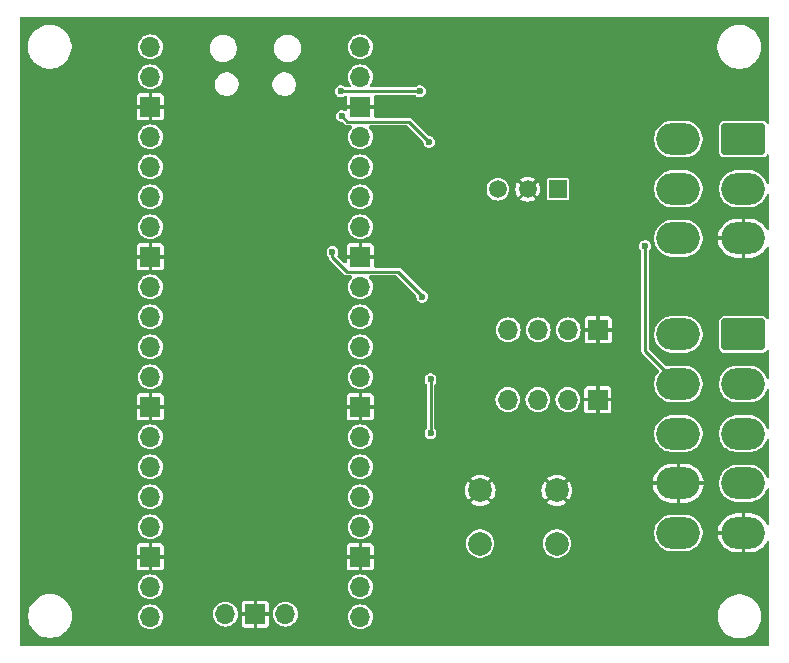
<source format=gbr>
%TF.GenerationSoftware,KiCad,Pcbnew,8.99.0-1891-ge2bd76bdce*%
%TF.CreationDate,2024-09-02T10:31:20+03:00*%
%TF.ProjectId,diagnostic_tester,64696167-6e6f-4737-9469-635f74657374,rev?*%
%TF.SameCoordinates,Original*%
%TF.FileFunction,Copper,L2,Bot*%
%TF.FilePolarity,Positive*%
%FSLAX46Y46*%
G04 Gerber Fmt 4.6, Leading zero omitted, Abs format (unit mm)*
G04 Created by KiCad (PCBNEW 8.99.0-1891-ge2bd76bdce) date 2024-09-02 10:31:20*
%MOMM*%
%LPD*%
G01*
G04 APERTURE LIST*
G04 Aperture macros list*
%AMRoundRect*
0 Rectangle with rounded corners*
0 $1 Rounding radius*
0 $2 $3 $4 $5 $6 $7 $8 $9 X,Y pos of 4 corners*
0 Add a 4 corners polygon primitive as box body*
4,1,4,$2,$3,$4,$5,$6,$7,$8,$9,$2,$3,0*
0 Add four circle primitives for the rounded corners*
1,1,$1+$1,$2,$3*
1,1,$1+$1,$4,$5*
1,1,$1+$1,$6,$7*
1,1,$1+$1,$8,$9*
0 Add four rect primitives between the rounded corners*
20,1,$1+$1,$2,$3,$4,$5,0*
20,1,$1+$1,$4,$5,$6,$7,0*
20,1,$1+$1,$6,$7,$8,$9,0*
20,1,$1+$1,$8,$9,$2,$3,0*%
G04 Aperture macros list end*
%TA.AperFunction,ComponentPad*%
%ADD10RoundRect,0.250001X-1.599999X1.099999X-1.599999X-1.099999X1.599999X-1.099999X1.599999X1.099999X0*%
%TD*%
%TA.AperFunction,ComponentPad*%
%ADD11O,3.700000X2.700000*%
%TD*%
%TA.AperFunction,ComponentPad*%
%ADD12C,2.000000*%
%TD*%
%TA.AperFunction,ComponentPad*%
%ADD13R,1.700000X1.700000*%
%TD*%
%TA.AperFunction,ComponentPad*%
%ADD14O,1.700000X1.700000*%
%TD*%
%TA.AperFunction,ComponentPad*%
%ADD15R,1.500000X1.500000*%
%TD*%
%TA.AperFunction,ComponentPad*%
%ADD16C,1.500000*%
%TD*%
%TA.AperFunction,ViaPad*%
%ADD17C,0.600000*%
%TD*%
%TA.AperFunction,Conductor*%
%ADD18C,0.254000*%
%TD*%
%TA.AperFunction,Conductor*%
%ADD19C,0.150000*%
%TD*%
G04 APERTURE END LIST*
D10*
%TO.P,J4,1,Pin_1*%
%TO.N,unconnected-(J4-Pin_1-Pad1)*%
X105285000Y-63790000D03*
D11*
%TO.P,J4,2,Pin_2*%
%TO.N,unconnected-(J4-Pin_2-Pad2)*%
X105285000Y-67990000D03*
%TO.P,J4,3,Pin_3*%
%TO.N,unconnected-(J4-Pin_3-Pad3)*%
X105285000Y-72190000D03*
%TO.P,J4,4,Pin_4*%
%TO.N,unconnected-(J4-Pin_4-Pad4)*%
X105285000Y-76390000D03*
%TO.P,J4,5,Pin_5*%
%TO.N,GND*%
X105285000Y-80590000D03*
%TO.P,J4,6,Pin_6*%
%TO.N,unconnected-(J4-Pin_6-Pad6)*%
X99785000Y-63790000D03*
%TO.P,J4,7,Pin_7*%
%TO.N,/TX_MASTER*%
X99785000Y-67990000D03*
%TO.P,J4,8,Pin_8*%
%TO.N,unconnected-(J4-Pin_8-Pad8)*%
X99785000Y-72190000D03*
%TO.P,J4,9,Pin_9*%
%TO.N,GND*%
X99785000Y-76390000D03*
%TO.P,J4,10,Pin_10*%
%TO.N,unconnected-(J4-Pin_10-Pad10)*%
X99785000Y-80590000D03*
%TD*%
D12*
%TO.P,SW1,1,1*%
%TO.N,Net-(U3-GPIO26_ADC0)*%
X89500000Y-81500000D03*
X83000000Y-81500000D03*
%TO.P,SW1,2,2*%
%TO.N,GND*%
X89500000Y-77000000D03*
X83000000Y-77000000D03*
%TD*%
D13*
%TO.P,J1,1,Pin_1*%
%TO.N,GND*%
X93000000Y-63400000D03*
D14*
%TO.P,J1,2,Pin_2*%
%TO.N,+5V*%
X90460000Y-63400000D03*
%TO.P,J1,3,Pin_3*%
%TO.N,/LCD_SDA*%
X87920000Y-63400000D03*
%TO.P,J1,4,Pin_4*%
%TO.N,/LCD_SCL*%
X85380000Y-63400000D03*
%TD*%
D15*
%TO.P,U2,1,Vin*%
%TO.N,+24V*%
X89580000Y-51500000D03*
D16*
%TO.P,U2,2,GND*%
%TO.N,GND*%
X87040000Y-51500000D03*
%TO.P,U2,3,Vout*%
%TO.N,+5V*%
X84500000Y-51500000D03*
%TD*%
D13*
%TO.P,J2,1,Pin_1*%
%TO.N,GND*%
X92970000Y-69320000D03*
D14*
%TO.P,J2,2,Pin_2*%
%TO.N,+24V*%
X90430000Y-69320000D03*
%TO.P,J2,3,Pin_3*%
%TO.N,/RX_SNIFFER*%
X87890000Y-69320000D03*
%TO.P,J2,4,Pin_4*%
%TO.N,/TX_SNIFFER*%
X85350000Y-69320000D03*
%TD*%
D10*
%TO.P,J3,1,Pin_1*%
%TO.N,unconnected-(J3-Pin_1-Pad1)*%
X105285000Y-47250000D03*
D11*
%TO.P,J3,2,Pin_2*%
%TO.N,unconnected-(J3-Pin_2-Pad2)*%
X105285000Y-51450000D03*
%TO.P,J3,3,Pin_3*%
%TO.N,GND*%
X105285000Y-55650000D03*
%TO.P,J3,4,Pin_4*%
%TO.N,unconnected-(J3-Pin_4-Pad4)*%
X99785000Y-47250000D03*
%TO.P,J3,5,Pin_5*%
%TO.N,/RX_MASTER*%
X99785000Y-51450000D03*
%TO.P,J3,6,Pin_6*%
%TO.N,+24V*%
X99785000Y-55650000D03*
%TD*%
D14*
%TO.P,U3,1,GPIO0*%
%TO.N,/TX0*%
X55085000Y-39440000D03*
%TO.P,U3,2,GPIO1*%
%TO.N,/RX0*%
X55085000Y-41980000D03*
D13*
%TO.P,U3,3,GND*%
%TO.N,GND*%
X55085000Y-44520000D03*
D14*
%TO.P,U3,4,GPIO2*%
%TO.N,unconnected-(U3-GPIO2-Pad4)*%
X55085000Y-47060000D03*
%TO.P,U3,5,GPIO3*%
%TO.N,unconnected-(U3-GPIO3-Pad5)*%
X55085000Y-49600000D03*
%TO.P,U3,6,GPIO4*%
%TO.N,/PICO_SDA*%
X55085000Y-52140000D03*
%TO.P,U3,7,GPIO5*%
%TO.N,/PICO_SCL*%
X55085000Y-54680000D03*
D13*
%TO.P,U3,8,GND*%
%TO.N,GND*%
X55085000Y-57220000D03*
D14*
%TO.P,U3,9,GPIO6*%
%TO.N,unconnected-(U3-GPIO6-Pad9)_1*%
X55085000Y-59760000D03*
%TO.P,U3,10,GPIO7*%
%TO.N,unconnected-(U3-GPIO7-Pad10)_1*%
X55085000Y-62300000D03*
%TO.P,U3,11,GPIO8*%
%TO.N,unconnected-(U3-GPIO8-Pad11)_1*%
X55085000Y-64840000D03*
%TO.P,U3,12,GPIO9*%
%TO.N,unconnected-(U3-GPIO9-Pad12)_1*%
X55085000Y-67380000D03*
D13*
%TO.P,U3,13,GND*%
%TO.N,GND*%
X55085000Y-69920000D03*
D14*
%TO.P,U3,14,GPIO10*%
%TO.N,unconnected-(U3-GPIO10-Pad14)*%
X55085000Y-72460000D03*
%TO.P,U3,15,GPIO11*%
%TO.N,/TX1*%
X55085000Y-75000000D03*
%TO.P,U3,16,GPIO12*%
%TO.N,/RX1*%
X55085000Y-77540000D03*
%TO.P,U3,17,GPIO13*%
%TO.N,unconnected-(U3-GPIO13-Pad17)*%
X55085000Y-80080000D03*
D13*
%TO.P,U3,18,GND*%
%TO.N,GND*%
X55085000Y-82620000D03*
D14*
%TO.P,U3,19,GPIO14*%
%TO.N,unconnected-(U3-GPIO14-Pad19)*%
X55085000Y-85160000D03*
%TO.P,U3,20,GPIO15*%
%TO.N,unconnected-(U3-GPIO15-Pad20)_1*%
X55085000Y-87700000D03*
%TO.P,U3,21,GPIO16*%
%TO.N,unconnected-(U3-GPIO16-Pad21)*%
X72865000Y-87700000D03*
%TO.P,U3,22,GPIO17*%
%TO.N,unconnected-(U3-GPIO17-Pad22)*%
X72865000Y-85160000D03*
D13*
%TO.P,U3,23,GND*%
%TO.N,GND*%
X72865000Y-82620000D03*
D14*
%TO.P,U3,24,GPIO18*%
%TO.N,unconnected-(U3-GPIO18-Pad24)*%
X72865000Y-80080000D03*
%TO.P,U3,25,GPIO19*%
%TO.N,unconnected-(U3-GPIO19-Pad25)_1*%
X72865000Y-77540000D03*
%TO.P,U3,26,GPIO20*%
%TO.N,unconnected-(U3-GPIO20-Pad26)*%
X72865000Y-75000000D03*
%TO.P,U3,27,GPIO21*%
%TO.N,unconnected-(U3-GPIO21-Pad27)_1*%
X72865000Y-72460000D03*
D13*
%TO.P,U3,28,GND*%
%TO.N,GND*%
X72865000Y-69920000D03*
D14*
%TO.P,U3,29,GPIO22*%
%TO.N,unconnected-(U3-GPIO22-Pad29)*%
X72865000Y-67380000D03*
%TO.P,U3,30,RUN*%
%TO.N,unconnected-(U3-RUN-Pad30)_1*%
X72865000Y-64840000D03*
%TO.P,U3,31,GPIO26_ADC0*%
%TO.N,Net-(U3-GPIO26_ADC0)*%
X72865000Y-62300000D03*
%TO.P,U3,32,GPIO27_ADC1*%
%TO.N,unconnected-(U3-GPIO27_ADC1-Pad32)*%
X72865000Y-59760000D03*
D13*
%TO.P,U3,33,AGND*%
%TO.N,GND*%
X72865000Y-57220000D03*
D14*
%TO.P,U3,34,GPIO28_ADC2*%
%TO.N,unconnected-(U3-GPIO28_ADC2-Pad34)*%
X72865000Y-54680000D03*
%TO.P,U3,35,ADC_VREF*%
%TO.N,unconnected-(U3-ADC_VREF-Pad35)_1*%
X72865000Y-52140000D03*
%TO.P,U3,36,3V3*%
%TO.N,+3V3*%
X72865000Y-49600000D03*
%TO.P,U3,37,3V3_EN*%
%TO.N,unconnected-(U3-3V3_EN-Pad37)*%
X72865000Y-47060000D03*
D13*
%TO.P,U3,38,GND*%
%TO.N,GND*%
X72865000Y-44520000D03*
D14*
%TO.P,U3,39,VSYS*%
%TO.N,unconnected-(U3-VSYS-Pad39)_1*%
X72865000Y-41980000D03*
%TO.P,U3,40,VBUS*%
%TO.N,+5V*%
X72865000Y-39440000D03*
%TO.P,U3,41,SWCLK*%
%TO.N,unconnected-(U3-SWCLK-Pad41)*%
X61435000Y-87470000D03*
D13*
%TO.P,U3,42,GND*%
%TO.N,GND*%
X63975000Y-87470000D03*
D14*
%TO.P,U3,43,SWDIO*%
%TO.N,unconnected-(U3-SWDIO-Pad43)_1*%
X66515000Y-87470000D03*
%TD*%
D17*
%TO.N,Net-(U3-GPIO26_ADC0)*%
X78800000Y-67600000D03*
X78800000Y-72150000D03*
%TO.N,/TX_MASTER*%
X96970000Y-56300000D03*
%TO.N,/TX0*%
X77900000Y-43200000D03*
X71200000Y-43200000D03*
%TO.N,/RX0*%
X78700000Y-47500000D03*
X71300000Y-45300000D03*
%TO.N,GND*%
X82990000Y-59525000D03*
X79800000Y-66900000D03*
X80560000Y-78990000D03*
%TO.N,/PICO_SCL*%
X78100000Y-60600000D03*
X70500000Y-56800000D03*
%TD*%
D18*
%TO.N,Net-(U3-GPIO26_ADC0)*%
X78800000Y-72150000D02*
X78800000Y-67600000D01*
%TO.N,/TX_MASTER*%
X96970000Y-65175000D02*
X99785000Y-67990000D01*
X96970000Y-56300000D02*
X96970000Y-65175000D01*
%TO.N,/TX0*%
X77900000Y-43200000D02*
X71200000Y-43200000D01*
%TO.N,/RX0*%
X71770000Y-45770000D02*
X76970000Y-45770000D01*
X71300000Y-45300000D02*
X71770000Y-45770000D01*
X76970000Y-45770000D02*
X78700000Y-47500000D01*
%TO.N,/PICO_SCL*%
X71761000Y-58470000D02*
X76070000Y-58470000D01*
X76070000Y-58470000D02*
X78100000Y-60500000D01*
X70500000Y-56800000D02*
X70500000Y-57209000D01*
X70500000Y-57209000D02*
X71761000Y-58470000D01*
D19*
X70500000Y-56800000D02*
X70500000Y-57005000D01*
%TD*%
%TA.AperFunction,Conductor*%
%TO.N,GND*%
G36*
X107432539Y-36920185D02*
G01*
X107478294Y-36972989D01*
X107489500Y-37024500D01*
X107489500Y-45833589D01*
X107469815Y-45900628D01*
X107417011Y-45946383D01*
X107347853Y-45956327D01*
X107284297Y-45927302D01*
X107265730Y-45907223D01*
X107213769Y-45836819D01*
X107207150Y-45827850D01*
X107097882Y-45747207D01*
X107097881Y-45747206D01*
X106969695Y-45702353D01*
X106969698Y-45702353D01*
X106939268Y-45699500D01*
X103630741Y-45699500D01*
X103600301Y-45702354D01*
X103600300Y-45702354D01*
X103472118Y-45747206D01*
X103362850Y-45827850D01*
X103282206Y-45937118D01*
X103237353Y-46065302D01*
X103234500Y-46095731D01*
X103234500Y-48404258D01*
X103237354Y-48434698D01*
X103237354Y-48434699D01*
X103282206Y-48562881D01*
X103291964Y-48576103D01*
X103362850Y-48672150D01*
X103472118Y-48752793D01*
X103600302Y-48797646D01*
X103600301Y-48797646D01*
X103604271Y-48798018D01*
X103630735Y-48800500D01*
X106939264Y-48800499D01*
X106969698Y-48797646D01*
X107097882Y-48752793D01*
X107207150Y-48672150D01*
X107265730Y-48592775D01*
X107321377Y-48550526D01*
X107391033Y-48545067D01*
X107452583Y-48578134D01*
X107486484Y-48639228D01*
X107489500Y-48666410D01*
X107489500Y-50895486D01*
X107469815Y-50962525D01*
X107417011Y-51008280D01*
X107347853Y-51018224D01*
X107284297Y-50989199D01*
X107247569Y-50933804D01*
X107241080Y-50913833D01*
X107221904Y-50854815D01*
X107111106Y-50637361D01*
X107055722Y-50561131D01*
X106967660Y-50439923D01*
X106967656Y-50439918D01*
X106795081Y-50267343D01*
X106795076Y-50267339D01*
X106597642Y-50123896D01*
X106597641Y-50123895D01*
X106597639Y-50123894D01*
X106380185Y-50013096D01*
X106148076Y-49937679D01*
X106148074Y-49937678D01*
X106148072Y-49937678D01*
X105979769Y-49911021D01*
X105907027Y-49899500D01*
X104662973Y-49899500D01*
X104607093Y-49908350D01*
X104421927Y-49937678D01*
X104189812Y-50013097D01*
X103972357Y-50123896D01*
X103774923Y-50267339D01*
X103774918Y-50267343D01*
X103602343Y-50439918D01*
X103602339Y-50439923D01*
X103458896Y-50637357D01*
X103348097Y-50854812D01*
X103272678Y-51086927D01*
X103234500Y-51327973D01*
X103234500Y-51572026D01*
X103271717Y-51807007D01*
X103272679Y-51813076D01*
X103348096Y-52045185D01*
X103391077Y-52129541D01*
X103458896Y-52262642D01*
X103602339Y-52460076D01*
X103602343Y-52460081D01*
X103774918Y-52632656D01*
X103774923Y-52632660D01*
X103904015Y-52726450D01*
X103972361Y-52776106D01*
X104189815Y-52886904D01*
X104421924Y-52962321D01*
X104662973Y-53000500D01*
X104662974Y-53000500D01*
X105907026Y-53000500D01*
X105907027Y-53000500D01*
X106148076Y-52962321D01*
X106380185Y-52886904D01*
X106597639Y-52776106D01*
X106795083Y-52632655D01*
X106967655Y-52460083D01*
X107111106Y-52262639D01*
X107221904Y-52045185D01*
X107247569Y-51966193D01*
X107287006Y-51908520D01*
X107351365Y-51881321D01*
X107420211Y-51893236D01*
X107471687Y-51940480D01*
X107489500Y-52004513D01*
X107489500Y-54844335D01*
X107469815Y-54911374D01*
X107417011Y-54957129D01*
X107347853Y-54967073D01*
X107284297Y-54938048D01*
X107255015Y-54900630D01*
X107196203Y-54785208D01*
X107043554Y-54575103D01*
X107043550Y-54575098D01*
X106859901Y-54391449D01*
X106859896Y-54391445D01*
X106649791Y-54238796D01*
X106418377Y-54120883D01*
X106171377Y-54040629D01*
X105914857Y-54000000D01*
X105435000Y-54000000D01*
X105435000Y-54762204D01*
X105373642Y-54750000D01*
X105196358Y-54750000D01*
X105135000Y-54762204D01*
X105135000Y-54000000D01*
X104655143Y-54000000D01*
X104398622Y-54040629D01*
X104151622Y-54120883D01*
X103920208Y-54238796D01*
X103710103Y-54391445D01*
X103710098Y-54391449D01*
X103526449Y-54575098D01*
X103526445Y-54575103D01*
X103373796Y-54785208D01*
X103255883Y-55016622D01*
X103175629Y-55263619D01*
X103175629Y-55263622D01*
X103138190Y-55500000D01*
X104397205Y-55500000D01*
X104385000Y-55561358D01*
X104385000Y-55738642D01*
X104397205Y-55800000D01*
X103138190Y-55800000D01*
X103175629Y-56036377D01*
X103175629Y-56036380D01*
X103255883Y-56283377D01*
X103373796Y-56514791D01*
X103526445Y-56724896D01*
X103526449Y-56724901D01*
X103710098Y-56908550D01*
X103710103Y-56908554D01*
X103920208Y-57061203D01*
X104151622Y-57179116D01*
X104398622Y-57259370D01*
X104655143Y-57300000D01*
X105135000Y-57300000D01*
X105135000Y-56537795D01*
X105196358Y-56550000D01*
X105373642Y-56550000D01*
X105435000Y-56537795D01*
X105435000Y-57300000D01*
X105914857Y-57300000D01*
X106171377Y-57259370D01*
X106418377Y-57179116D01*
X106649791Y-57061203D01*
X106859896Y-56908554D01*
X106859901Y-56908550D01*
X107043550Y-56724901D01*
X107043554Y-56724896D01*
X107196203Y-56514791D01*
X107255015Y-56399369D01*
X107302990Y-56348573D01*
X107370811Y-56331778D01*
X107436946Y-56354315D01*
X107480397Y-56409031D01*
X107489500Y-56455664D01*
X107489500Y-62373589D01*
X107469815Y-62440628D01*
X107417011Y-62486383D01*
X107347853Y-62496327D01*
X107284297Y-62467302D01*
X107265730Y-62447223D01*
X107214290Y-62377525D01*
X107207150Y-62367850D01*
X107097882Y-62287207D01*
X107097881Y-62287206D01*
X106969695Y-62242353D01*
X106969698Y-62242353D01*
X106939268Y-62239500D01*
X103630741Y-62239500D01*
X103600301Y-62242354D01*
X103600300Y-62242354D01*
X103472118Y-62287206D01*
X103362850Y-62367850D01*
X103282206Y-62477118D01*
X103237353Y-62605302D01*
X103234500Y-62635731D01*
X103234500Y-64944258D01*
X103237354Y-64974698D01*
X103237354Y-64974699D01*
X103282206Y-65102881D01*
X103282207Y-65102882D01*
X103362850Y-65212150D01*
X103472118Y-65292793D01*
X103600302Y-65337646D01*
X103600301Y-65337646D01*
X103604271Y-65338018D01*
X103630735Y-65340500D01*
X106939264Y-65340499D01*
X106969698Y-65337646D01*
X107097882Y-65292793D01*
X107207150Y-65212150D01*
X107265730Y-65132775D01*
X107321377Y-65090526D01*
X107391033Y-65085067D01*
X107452583Y-65118134D01*
X107486484Y-65179228D01*
X107489500Y-65206410D01*
X107489500Y-67435486D01*
X107469815Y-67502525D01*
X107417011Y-67548280D01*
X107347853Y-67558224D01*
X107284297Y-67529199D01*
X107247569Y-67473804D01*
X107221904Y-67394815D01*
X107111106Y-67177361D01*
X107054537Y-67099500D01*
X106967660Y-66979923D01*
X106967656Y-66979918D01*
X106795081Y-66807343D01*
X106795076Y-66807339D01*
X106597642Y-66663896D01*
X106597641Y-66663895D01*
X106597639Y-66663894D01*
X106380185Y-66553096D01*
X106148076Y-66477679D01*
X106148074Y-66477678D01*
X106148072Y-66477678D01*
X105979769Y-66451021D01*
X105907027Y-66439500D01*
X104662973Y-66439500D01*
X104607093Y-66448350D01*
X104421927Y-66477678D01*
X104189812Y-66553097D01*
X103972357Y-66663896D01*
X103774923Y-66807339D01*
X103774918Y-66807343D01*
X103602343Y-66979918D01*
X103602339Y-66979923D01*
X103458896Y-67177357D01*
X103348097Y-67394812D01*
X103272678Y-67626927D01*
X103247807Y-67783956D01*
X103234500Y-67867973D01*
X103234500Y-68112027D01*
X103244143Y-68172908D01*
X103263879Y-68297520D01*
X103272679Y-68353076D01*
X103348096Y-68585185D01*
X103443746Y-68772910D01*
X103458896Y-68802642D01*
X103602339Y-69000076D01*
X103602343Y-69000081D01*
X103774918Y-69172656D01*
X103774923Y-69172660D01*
X103947136Y-69297779D01*
X103972361Y-69316106D01*
X104189815Y-69426904D01*
X104421924Y-69502321D01*
X104662973Y-69540500D01*
X104662974Y-69540500D01*
X105907026Y-69540500D01*
X105907027Y-69540500D01*
X106148076Y-69502321D01*
X106380185Y-69426904D01*
X106597639Y-69316106D01*
X106795083Y-69172655D01*
X106967655Y-69000083D01*
X107111106Y-68802639D01*
X107221904Y-68585185D01*
X107247569Y-68506193D01*
X107287006Y-68448520D01*
X107351365Y-68421321D01*
X107420211Y-68433236D01*
X107471687Y-68480480D01*
X107489500Y-68544513D01*
X107489500Y-71635486D01*
X107469815Y-71702525D01*
X107417011Y-71748280D01*
X107347853Y-71758224D01*
X107284297Y-71729199D01*
X107247569Y-71673804D01*
X107221904Y-71594815D01*
X107111106Y-71377361D01*
X107092779Y-71352136D01*
X106967660Y-71179923D01*
X106967656Y-71179918D01*
X106795081Y-71007343D01*
X106795076Y-71007339D01*
X106597642Y-70863896D01*
X106597641Y-70863895D01*
X106597639Y-70863894D01*
X106380185Y-70753096D01*
X106148076Y-70677679D01*
X106148074Y-70677678D01*
X106148072Y-70677678D01*
X105979769Y-70651021D01*
X105907027Y-70639500D01*
X104662973Y-70639500D01*
X104607093Y-70648350D01*
X104421927Y-70677678D01*
X104189812Y-70753097D01*
X103972357Y-70863896D01*
X103774923Y-71007339D01*
X103774918Y-71007343D01*
X103602343Y-71179918D01*
X103602339Y-71179923D01*
X103458896Y-71377357D01*
X103348097Y-71594812D01*
X103272678Y-71826927D01*
X103244071Y-72007543D01*
X103234500Y-72067973D01*
X103234500Y-72312027D01*
X103272679Y-72553076D01*
X103314075Y-72680480D01*
X103348097Y-72785187D01*
X103458896Y-73002642D01*
X103602339Y-73200076D01*
X103602343Y-73200081D01*
X103774918Y-73372656D01*
X103774923Y-73372660D01*
X103861044Y-73435230D01*
X103972361Y-73516106D01*
X104189815Y-73626904D01*
X104421924Y-73702321D01*
X104662973Y-73740500D01*
X104662974Y-73740500D01*
X105907026Y-73740500D01*
X105907027Y-73740500D01*
X106148076Y-73702321D01*
X106380185Y-73626904D01*
X106597639Y-73516106D01*
X106795083Y-73372655D01*
X106967655Y-73200083D01*
X107111106Y-73002639D01*
X107221904Y-72785185D01*
X107247569Y-72706193D01*
X107287006Y-72648520D01*
X107351365Y-72621321D01*
X107420211Y-72633236D01*
X107471687Y-72680480D01*
X107489500Y-72744513D01*
X107489500Y-75835486D01*
X107469815Y-75902525D01*
X107417011Y-75948280D01*
X107347853Y-75958224D01*
X107284297Y-75929199D01*
X107247569Y-75873804D01*
X107221904Y-75794815D01*
X107111106Y-75577361D01*
X107047635Y-75490000D01*
X106967660Y-75379923D01*
X106967656Y-75379918D01*
X106795081Y-75207343D01*
X106795076Y-75207339D01*
X106597642Y-75063896D01*
X106597641Y-75063895D01*
X106597639Y-75063894D01*
X106380185Y-74953096D01*
X106148076Y-74877679D01*
X106148074Y-74877678D01*
X106148072Y-74877678D01*
X105979769Y-74851021D01*
X105907027Y-74839500D01*
X104662973Y-74839500D01*
X104607093Y-74848350D01*
X104421927Y-74877678D01*
X104189812Y-74953097D01*
X103972357Y-75063896D01*
X103774923Y-75207339D01*
X103774918Y-75207343D01*
X103602343Y-75379918D01*
X103602339Y-75379923D01*
X103458896Y-75577357D01*
X103348097Y-75794812D01*
X103272678Y-76026927D01*
X103234500Y-76267973D01*
X103234500Y-76512027D01*
X103242854Y-76564769D01*
X103258303Y-76662315D01*
X103272679Y-76753076D01*
X103348096Y-76985185D01*
X103424963Y-77136046D01*
X103458896Y-77202642D01*
X103602339Y-77400076D01*
X103602343Y-77400081D01*
X103774918Y-77572656D01*
X103774923Y-77572660D01*
X103947136Y-77697779D01*
X103972361Y-77716106D01*
X104189815Y-77826904D01*
X104421924Y-77902321D01*
X104662973Y-77940500D01*
X104662974Y-77940500D01*
X105907026Y-77940500D01*
X105907027Y-77940500D01*
X106148076Y-77902321D01*
X106380185Y-77826904D01*
X106597639Y-77716106D01*
X106795083Y-77572655D01*
X106967655Y-77400083D01*
X107111106Y-77202639D01*
X107221904Y-76985185D01*
X107247569Y-76906193D01*
X107287006Y-76848520D01*
X107351365Y-76821321D01*
X107420211Y-76833236D01*
X107471687Y-76880480D01*
X107489500Y-76944513D01*
X107489500Y-79784335D01*
X107469815Y-79851374D01*
X107417011Y-79897129D01*
X107347853Y-79907073D01*
X107284297Y-79878048D01*
X107255015Y-79840630D01*
X107196203Y-79725208D01*
X107043554Y-79515103D01*
X107043550Y-79515098D01*
X106859901Y-79331449D01*
X106859896Y-79331445D01*
X106649791Y-79178796D01*
X106418377Y-79060883D01*
X106171377Y-78980629D01*
X105914857Y-78940000D01*
X105435000Y-78940000D01*
X105435000Y-79702204D01*
X105373642Y-79690000D01*
X105196358Y-79690000D01*
X105135000Y-79702204D01*
X105135000Y-78940000D01*
X104655143Y-78940000D01*
X104398622Y-78980629D01*
X104151622Y-79060883D01*
X103920208Y-79178796D01*
X103710103Y-79331445D01*
X103710098Y-79331449D01*
X103526449Y-79515098D01*
X103526445Y-79515103D01*
X103373796Y-79725208D01*
X103255883Y-79956622D01*
X103175629Y-80203619D01*
X103175629Y-80203622D01*
X103138190Y-80440000D01*
X104397205Y-80440000D01*
X104385000Y-80501358D01*
X104385000Y-80678642D01*
X104397205Y-80740000D01*
X103138190Y-80740000D01*
X103175629Y-80976377D01*
X103175629Y-80976380D01*
X103255883Y-81223377D01*
X103373796Y-81454791D01*
X103526445Y-81664896D01*
X103526449Y-81664901D01*
X103710098Y-81848550D01*
X103710103Y-81848554D01*
X103920208Y-82001203D01*
X104151622Y-82119116D01*
X104398622Y-82199370D01*
X104655143Y-82240000D01*
X105135000Y-82240000D01*
X105135000Y-81477795D01*
X105196358Y-81490000D01*
X105373642Y-81490000D01*
X105435000Y-81477795D01*
X105435000Y-82240000D01*
X105914857Y-82240000D01*
X106171377Y-82199370D01*
X106418377Y-82119116D01*
X106649791Y-82001203D01*
X106859896Y-81848554D01*
X106859901Y-81848550D01*
X107043550Y-81664901D01*
X107043554Y-81664896D01*
X107196203Y-81454791D01*
X107255015Y-81339369D01*
X107302990Y-81288573D01*
X107370811Y-81271778D01*
X107436946Y-81294315D01*
X107480397Y-81349031D01*
X107489500Y-81395664D01*
X107489500Y-90075500D01*
X107469815Y-90142539D01*
X107417011Y-90188294D01*
X107365500Y-90199500D01*
X44139500Y-90199500D01*
X44072461Y-90179815D01*
X44026706Y-90127011D01*
X44015500Y-90075500D01*
X44015500Y-87508711D01*
X44739500Y-87508711D01*
X44739500Y-87751288D01*
X44743449Y-87781288D01*
X44771162Y-87991789D01*
X44779201Y-88021789D01*
X44833947Y-88226104D01*
X44926773Y-88450205D01*
X44926777Y-88450214D01*
X44944098Y-88480214D01*
X45048064Y-88660289D01*
X45048066Y-88660292D01*
X45048067Y-88660293D01*
X45195733Y-88852736D01*
X45195739Y-88852743D01*
X45367256Y-89024260D01*
X45367262Y-89024265D01*
X45559711Y-89171936D01*
X45769788Y-89293224D01*
X45993900Y-89386054D01*
X46228211Y-89448838D01*
X46408586Y-89472584D01*
X46468711Y-89480500D01*
X46468712Y-89480500D01*
X46711289Y-89480500D01*
X46759388Y-89474167D01*
X46951789Y-89448838D01*
X47186100Y-89386054D01*
X47410212Y-89293224D01*
X47620289Y-89171936D01*
X47812738Y-89024265D01*
X47984265Y-88852738D01*
X48131936Y-88660289D01*
X48253224Y-88450212D01*
X48346054Y-88226100D01*
X48408838Y-87991789D01*
X48440500Y-87751288D01*
X48440500Y-87700000D01*
X54029417Y-87700000D01*
X54049699Y-87905932D01*
X54079734Y-88004944D01*
X54109768Y-88103954D01*
X54207315Y-88286450D01*
X54207317Y-88286452D01*
X54338589Y-88446410D01*
X54410348Y-88505300D01*
X54498550Y-88577685D01*
X54681046Y-88675232D01*
X54879066Y-88735300D01*
X54879065Y-88735300D01*
X54897529Y-88737118D01*
X55085000Y-88755583D01*
X55290934Y-88735300D01*
X55488954Y-88675232D01*
X55671450Y-88577685D01*
X55831410Y-88446410D01*
X55962685Y-88286450D01*
X56060232Y-88103954D01*
X56120300Y-87905934D01*
X56140583Y-87700000D01*
X56120300Y-87494066D01*
X56113000Y-87470000D01*
X60379417Y-87470000D01*
X60399699Y-87675932D01*
X60399700Y-87675934D01*
X60459768Y-87873954D01*
X60557315Y-88056450D01*
X60557317Y-88056452D01*
X60688589Y-88216410D01*
X60773934Y-88286450D01*
X60848550Y-88347685D01*
X61031046Y-88445232D01*
X61229066Y-88505300D01*
X61229065Y-88505300D01*
X61247529Y-88507118D01*
X61435000Y-88525583D01*
X61640934Y-88505300D01*
X61838954Y-88445232D01*
X62021450Y-88347685D01*
X62181410Y-88216410D01*
X62312685Y-88056450D01*
X62410232Y-87873954D01*
X62470300Y-87675934D01*
X62490583Y-87470000D01*
X62470300Y-87264066D01*
X62410232Y-87066046D01*
X62312685Y-86883550D01*
X62252155Y-86809794D01*
X62181410Y-86723589D01*
X62021452Y-86592317D01*
X62021453Y-86592317D01*
X62021450Y-86592315D01*
X61989440Y-86575205D01*
X62825000Y-86575205D01*
X62825000Y-87320000D01*
X63487201Y-87320000D01*
X63465000Y-87402857D01*
X63465000Y-87537143D01*
X63487201Y-87620000D01*
X62825001Y-87620000D01*
X62825001Y-88364785D01*
X62825002Y-88364808D01*
X62827908Y-88389869D01*
X62827909Y-88389873D01*
X62873211Y-88492474D01*
X62873214Y-88492479D01*
X62952520Y-88571785D01*
X62952525Y-88571788D01*
X63055123Y-88617089D01*
X63080206Y-88619999D01*
X63824999Y-88619999D01*
X63825000Y-88619998D01*
X63825000Y-87957798D01*
X63907857Y-87980000D01*
X64042143Y-87980000D01*
X64125000Y-87957798D01*
X64125000Y-88619999D01*
X64869786Y-88619999D01*
X64869808Y-88619997D01*
X64894869Y-88617091D01*
X64894873Y-88617090D01*
X64997474Y-88571788D01*
X64997479Y-88571785D01*
X65076785Y-88492479D01*
X65076788Y-88492474D01*
X65122089Y-88389877D01*
X65122089Y-88389875D01*
X65124999Y-88364794D01*
X65125000Y-88364791D01*
X65125000Y-87620000D01*
X64462799Y-87620000D01*
X64485000Y-87537143D01*
X64485000Y-87470000D01*
X65459417Y-87470000D01*
X65479699Y-87675932D01*
X65479700Y-87675934D01*
X65539768Y-87873954D01*
X65637315Y-88056450D01*
X65637317Y-88056452D01*
X65768589Y-88216410D01*
X65853934Y-88286450D01*
X65928550Y-88347685D01*
X66111046Y-88445232D01*
X66309066Y-88505300D01*
X66309065Y-88505300D01*
X66327529Y-88507118D01*
X66515000Y-88525583D01*
X66720934Y-88505300D01*
X66918954Y-88445232D01*
X67101450Y-88347685D01*
X67261410Y-88216410D01*
X67392685Y-88056450D01*
X67490232Y-87873954D01*
X67543000Y-87700000D01*
X71809417Y-87700000D01*
X71829699Y-87905932D01*
X71859734Y-88004944D01*
X71889768Y-88103954D01*
X71987315Y-88286450D01*
X71987317Y-88286452D01*
X72118589Y-88446410D01*
X72190348Y-88505300D01*
X72278550Y-88577685D01*
X72461046Y-88675232D01*
X72659066Y-88735300D01*
X72659065Y-88735300D01*
X72677529Y-88737118D01*
X72865000Y-88755583D01*
X73070934Y-88735300D01*
X73268954Y-88675232D01*
X73451450Y-88577685D01*
X73611410Y-88446410D01*
X73742685Y-88286450D01*
X73840232Y-88103954D01*
X73900300Y-87905934D01*
X73920583Y-87700000D01*
X73904697Y-87538711D01*
X103109500Y-87538711D01*
X103109500Y-87781288D01*
X103125909Y-87905934D01*
X103141162Y-88021789D01*
X103150450Y-88056452D01*
X103203947Y-88256104D01*
X103284350Y-88450214D01*
X103296776Y-88480212D01*
X103418064Y-88690289D01*
X103418066Y-88690292D01*
X103418067Y-88690293D01*
X103565733Y-88882736D01*
X103565739Y-88882743D01*
X103737256Y-89054260D01*
X103737262Y-89054265D01*
X103929711Y-89201936D01*
X104139788Y-89323224D01*
X104363900Y-89416054D01*
X104598211Y-89478838D01*
X104778586Y-89502584D01*
X104838711Y-89510500D01*
X104838712Y-89510500D01*
X105081289Y-89510500D01*
X105129388Y-89504167D01*
X105321789Y-89478838D01*
X105556100Y-89416054D01*
X105780212Y-89323224D01*
X105990289Y-89201936D01*
X106182738Y-89054265D01*
X106354265Y-88882738D01*
X106501936Y-88690289D01*
X106623224Y-88480212D01*
X106716054Y-88256100D01*
X106778838Y-88021789D01*
X106810500Y-87781288D01*
X106810500Y-87538712D01*
X106810293Y-87537143D01*
X106801454Y-87470000D01*
X106778838Y-87298211D01*
X106716054Y-87063900D01*
X106623224Y-86839788D01*
X106501936Y-86629711D01*
X106354265Y-86437262D01*
X106354260Y-86437256D01*
X106182743Y-86265739D01*
X106182736Y-86265733D01*
X105990293Y-86118067D01*
X105990292Y-86118066D01*
X105990289Y-86118064D01*
X105780212Y-85996776D01*
X105780205Y-85996773D01*
X105556104Y-85903947D01*
X105321785Y-85841161D01*
X105081289Y-85809500D01*
X105081288Y-85809500D01*
X104838712Y-85809500D01*
X104838711Y-85809500D01*
X104598214Y-85841161D01*
X104363895Y-85903947D01*
X104139794Y-85996773D01*
X104139785Y-85996777D01*
X103929706Y-86118067D01*
X103737263Y-86265733D01*
X103737256Y-86265739D01*
X103565739Y-86437256D01*
X103565733Y-86437263D01*
X103418067Y-86629706D01*
X103418064Y-86629710D01*
X103418064Y-86629711D01*
X103401817Y-86657851D01*
X103296777Y-86839785D01*
X103296773Y-86839794D01*
X103203947Y-87063895D01*
X103141161Y-87298214D01*
X103109500Y-87538711D01*
X73904697Y-87538711D01*
X73900300Y-87494066D01*
X73840232Y-87296046D01*
X73742685Y-87113550D01*
X73677314Y-87033895D01*
X73611410Y-86953589D01*
X73451452Y-86822317D01*
X73451453Y-86822317D01*
X73451450Y-86822315D01*
X73268954Y-86724768D01*
X73070934Y-86664700D01*
X73070932Y-86664699D01*
X73070934Y-86664699D01*
X72865000Y-86644417D01*
X72659067Y-86664699D01*
X72483692Y-86717898D01*
X72464930Y-86723590D01*
X72461043Y-86724769D01*
X72350898Y-86783643D01*
X72278550Y-86822315D01*
X72278548Y-86822316D01*
X72278547Y-86822317D01*
X72118589Y-86953589D01*
X71987317Y-87113547D01*
X71889769Y-87296043D01*
X71829699Y-87494067D01*
X71809417Y-87700000D01*
X67543000Y-87700000D01*
X67550300Y-87675934D01*
X67570583Y-87470000D01*
X67550300Y-87264066D01*
X67490232Y-87066046D01*
X67392685Y-86883550D01*
X67332155Y-86809794D01*
X67261410Y-86723589D01*
X67101452Y-86592317D01*
X67101453Y-86592317D01*
X67101450Y-86592315D01*
X66918954Y-86494768D01*
X66720934Y-86434700D01*
X66720932Y-86434699D01*
X66720934Y-86434699D01*
X66515000Y-86414417D01*
X66309067Y-86434699D01*
X66111043Y-86494769D01*
X66007487Y-86550122D01*
X65928550Y-86592315D01*
X65928548Y-86592316D01*
X65928547Y-86592317D01*
X65768589Y-86723589D01*
X65637317Y-86883547D01*
X65539769Y-87066043D01*
X65479699Y-87264067D01*
X65459417Y-87470000D01*
X64485000Y-87470000D01*
X64485000Y-87402857D01*
X64462799Y-87320000D01*
X65124999Y-87320000D01*
X65124999Y-86575214D01*
X65124997Y-86575191D01*
X65122091Y-86550130D01*
X65122090Y-86550126D01*
X65076788Y-86447525D01*
X65076785Y-86447520D01*
X64997479Y-86368214D01*
X64997474Y-86368211D01*
X64894876Y-86322910D01*
X64869794Y-86320000D01*
X64125000Y-86320000D01*
X64125000Y-86982201D01*
X64042143Y-86960000D01*
X63907857Y-86960000D01*
X63825000Y-86982201D01*
X63825000Y-86320000D01*
X63080214Y-86320000D01*
X63080191Y-86320002D01*
X63055130Y-86322908D01*
X63055126Y-86322909D01*
X62952525Y-86368211D01*
X62952520Y-86368214D01*
X62873214Y-86447520D01*
X62873211Y-86447525D01*
X62827910Y-86550122D01*
X62827910Y-86550124D01*
X62825000Y-86575205D01*
X61989440Y-86575205D01*
X61838954Y-86494768D01*
X61640934Y-86434700D01*
X61640932Y-86434699D01*
X61640934Y-86434699D01*
X61435000Y-86414417D01*
X61229067Y-86434699D01*
X61031043Y-86494769D01*
X60927487Y-86550122D01*
X60848550Y-86592315D01*
X60848548Y-86592316D01*
X60848547Y-86592317D01*
X60688589Y-86723589D01*
X60557317Y-86883547D01*
X60459769Y-87066043D01*
X60399699Y-87264067D01*
X60379417Y-87470000D01*
X56113000Y-87470000D01*
X56060232Y-87296046D01*
X55962685Y-87113550D01*
X55897314Y-87033895D01*
X55831410Y-86953589D01*
X55671452Y-86822317D01*
X55671453Y-86822317D01*
X55671450Y-86822315D01*
X55488954Y-86724768D01*
X55290934Y-86664700D01*
X55290932Y-86664699D01*
X55290934Y-86664699D01*
X55085000Y-86644417D01*
X54879067Y-86664699D01*
X54703692Y-86717898D01*
X54684930Y-86723590D01*
X54681043Y-86724769D01*
X54570898Y-86783643D01*
X54498550Y-86822315D01*
X54498548Y-86822316D01*
X54498547Y-86822317D01*
X54338589Y-86953589D01*
X54207317Y-87113547D01*
X54109769Y-87296043D01*
X54049699Y-87494067D01*
X54029417Y-87700000D01*
X48440500Y-87700000D01*
X48440500Y-87508712D01*
X48408838Y-87268211D01*
X48346054Y-87033900D01*
X48253224Y-86809788D01*
X48131936Y-86599711D01*
X47984265Y-86407262D01*
X47984260Y-86407256D01*
X47812743Y-86235739D01*
X47812736Y-86235733D01*
X47620293Y-86088067D01*
X47620292Y-86088066D01*
X47620289Y-86088064D01*
X47410212Y-85966776D01*
X47410205Y-85966773D01*
X47186104Y-85873947D01*
X46951785Y-85811161D01*
X46711289Y-85779500D01*
X46711288Y-85779500D01*
X46468712Y-85779500D01*
X46468711Y-85779500D01*
X46228214Y-85811161D01*
X45993895Y-85873947D01*
X45769794Y-85966773D01*
X45769785Y-85966777D01*
X45559706Y-86088067D01*
X45367263Y-86235733D01*
X45367256Y-86235739D01*
X45195739Y-86407256D01*
X45195733Y-86407263D01*
X45048067Y-86599706D01*
X44926777Y-86809785D01*
X44926773Y-86809794D01*
X44833947Y-87033895D01*
X44771161Y-87268214D01*
X44739500Y-87508711D01*
X44015500Y-87508711D01*
X44015500Y-85160000D01*
X54029417Y-85160000D01*
X54049699Y-85365932D01*
X54049700Y-85365934D01*
X54109768Y-85563954D01*
X54207315Y-85746450D01*
X54207317Y-85746452D01*
X54338589Y-85906410D01*
X54412148Y-85966777D01*
X54498550Y-86037685D01*
X54681046Y-86135232D01*
X54879066Y-86195300D01*
X54879065Y-86195300D01*
X54897529Y-86197118D01*
X55085000Y-86215583D01*
X55290934Y-86195300D01*
X55488954Y-86135232D01*
X55671450Y-86037685D01*
X55831410Y-85906410D01*
X55962685Y-85746450D01*
X56060232Y-85563954D01*
X56120300Y-85365934D01*
X56140583Y-85160000D01*
X71809417Y-85160000D01*
X71829699Y-85365932D01*
X71829700Y-85365934D01*
X71889768Y-85563954D01*
X71987315Y-85746450D01*
X71987317Y-85746452D01*
X72118589Y-85906410D01*
X72192148Y-85966777D01*
X72278550Y-86037685D01*
X72461046Y-86135232D01*
X72659066Y-86195300D01*
X72659065Y-86195300D01*
X72677529Y-86197118D01*
X72865000Y-86215583D01*
X73070934Y-86195300D01*
X73268954Y-86135232D01*
X73451450Y-86037685D01*
X73611410Y-85906410D01*
X73742685Y-85746450D01*
X73840232Y-85563954D01*
X73900300Y-85365934D01*
X73920583Y-85160000D01*
X73900300Y-84954066D01*
X73840232Y-84756046D01*
X73742685Y-84573550D01*
X73690702Y-84510209D01*
X73611410Y-84413589D01*
X73451452Y-84282317D01*
X73451453Y-84282317D01*
X73451450Y-84282315D01*
X73268954Y-84184768D01*
X73070934Y-84124700D01*
X73070932Y-84124699D01*
X73070934Y-84124699D01*
X72865000Y-84104417D01*
X72659067Y-84124699D01*
X72461043Y-84184769D01*
X72350898Y-84243643D01*
X72278550Y-84282315D01*
X72278548Y-84282316D01*
X72278547Y-84282317D01*
X72118589Y-84413589D01*
X71987317Y-84573547D01*
X71889769Y-84756043D01*
X71829699Y-84954067D01*
X71809417Y-85160000D01*
X56140583Y-85160000D01*
X56120300Y-84954066D01*
X56060232Y-84756046D01*
X55962685Y-84573550D01*
X55910702Y-84510209D01*
X55831410Y-84413589D01*
X55671452Y-84282317D01*
X55671453Y-84282317D01*
X55671450Y-84282315D01*
X55488954Y-84184768D01*
X55290934Y-84124700D01*
X55290932Y-84124699D01*
X55290934Y-84124699D01*
X55085000Y-84104417D01*
X54879067Y-84124699D01*
X54681043Y-84184769D01*
X54570898Y-84243643D01*
X54498550Y-84282315D01*
X54498548Y-84282316D01*
X54498547Y-84282317D01*
X54338589Y-84413589D01*
X54207317Y-84573547D01*
X54109769Y-84756043D01*
X54049699Y-84954067D01*
X54029417Y-85160000D01*
X44015500Y-85160000D01*
X44015500Y-81725205D01*
X53935000Y-81725205D01*
X53935000Y-82470000D01*
X54597201Y-82470000D01*
X54575000Y-82552857D01*
X54575000Y-82687143D01*
X54597201Y-82770000D01*
X53935001Y-82770000D01*
X53935001Y-83514785D01*
X53935002Y-83514808D01*
X53937908Y-83539869D01*
X53937909Y-83539873D01*
X53983211Y-83642474D01*
X53983214Y-83642479D01*
X54062520Y-83721785D01*
X54062525Y-83721788D01*
X54165123Y-83767089D01*
X54190206Y-83769999D01*
X54934999Y-83769999D01*
X54935000Y-83769998D01*
X54935000Y-83107798D01*
X55017857Y-83130000D01*
X55152143Y-83130000D01*
X55235000Y-83107798D01*
X55235000Y-83769999D01*
X55979786Y-83769999D01*
X55979808Y-83769997D01*
X56004869Y-83767091D01*
X56004873Y-83767090D01*
X56107474Y-83721788D01*
X56107479Y-83721785D01*
X56186785Y-83642479D01*
X56186788Y-83642474D01*
X56232089Y-83539877D01*
X56232089Y-83539875D01*
X56234999Y-83514794D01*
X56235000Y-83514791D01*
X56235000Y-82770000D01*
X55572799Y-82770000D01*
X55595000Y-82687143D01*
X55595000Y-82552857D01*
X55572799Y-82470000D01*
X56234999Y-82470000D01*
X56234999Y-81725214D01*
X56234998Y-81725205D01*
X71715000Y-81725205D01*
X71715000Y-82470000D01*
X72377201Y-82470000D01*
X72355000Y-82552857D01*
X72355000Y-82687143D01*
X72377201Y-82770000D01*
X71715001Y-82770000D01*
X71715001Y-83514785D01*
X71715002Y-83514808D01*
X71717908Y-83539869D01*
X71717909Y-83539873D01*
X71763211Y-83642474D01*
X71763214Y-83642479D01*
X71842520Y-83721785D01*
X71842525Y-83721788D01*
X71945123Y-83767089D01*
X71970206Y-83769999D01*
X72714999Y-83769999D01*
X72715000Y-83769998D01*
X72715000Y-83107798D01*
X72797857Y-83130000D01*
X72932143Y-83130000D01*
X73015000Y-83107798D01*
X73015000Y-83769999D01*
X73759786Y-83769999D01*
X73759808Y-83769997D01*
X73784869Y-83767091D01*
X73784873Y-83767090D01*
X73887474Y-83721788D01*
X73887479Y-83721785D01*
X73966785Y-83642479D01*
X73966788Y-83642474D01*
X74012089Y-83539877D01*
X74012089Y-83539875D01*
X74014999Y-83514794D01*
X74015000Y-83514791D01*
X74015000Y-82770000D01*
X73352799Y-82770000D01*
X73375000Y-82687143D01*
X73375000Y-82552857D01*
X73352799Y-82470000D01*
X74014999Y-82470000D01*
X74014999Y-81725214D01*
X74014997Y-81725191D01*
X74012091Y-81700130D01*
X74012090Y-81700126D01*
X73966788Y-81597525D01*
X73966785Y-81597520D01*
X73887479Y-81518214D01*
X73887474Y-81518211D01*
X73846227Y-81499999D01*
X81794357Y-81499999D01*
X81794357Y-81500000D01*
X81814884Y-81721535D01*
X81814885Y-81721537D01*
X81875769Y-81935523D01*
X81875775Y-81935538D01*
X81974938Y-82134683D01*
X81974943Y-82134691D01*
X82109020Y-82312238D01*
X82273437Y-82462123D01*
X82273439Y-82462125D01*
X82462595Y-82579245D01*
X82462596Y-82579245D01*
X82462599Y-82579247D01*
X82670060Y-82659618D01*
X82888757Y-82700500D01*
X82888759Y-82700500D01*
X83111241Y-82700500D01*
X83111243Y-82700500D01*
X83329940Y-82659618D01*
X83537401Y-82579247D01*
X83726562Y-82462124D01*
X83890981Y-82312236D01*
X84025058Y-82134689D01*
X84124229Y-81935528D01*
X84185115Y-81721536D01*
X84205643Y-81500000D01*
X84205643Y-81499999D01*
X88294357Y-81499999D01*
X88294357Y-81500000D01*
X88314884Y-81721535D01*
X88314885Y-81721537D01*
X88375769Y-81935523D01*
X88375775Y-81935538D01*
X88474938Y-82134683D01*
X88474943Y-82134691D01*
X88609020Y-82312238D01*
X88773437Y-82462123D01*
X88773439Y-82462125D01*
X88962595Y-82579245D01*
X88962596Y-82579245D01*
X88962599Y-82579247D01*
X89170060Y-82659618D01*
X89388757Y-82700500D01*
X89388759Y-82700500D01*
X89611241Y-82700500D01*
X89611243Y-82700500D01*
X89829940Y-82659618D01*
X90037401Y-82579247D01*
X90226562Y-82462124D01*
X90390981Y-82312236D01*
X90525058Y-82134689D01*
X90624229Y-81935528D01*
X90685115Y-81721536D01*
X90705643Y-81500000D01*
X90685115Y-81278464D01*
X90624229Y-81064472D01*
X90619627Y-81055230D01*
X90525061Y-80865316D01*
X90525056Y-80865308D01*
X90390979Y-80687761D01*
X90226562Y-80537876D01*
X90226560Y-80537874D01*
X90113666Y-80467973D01*
X97734500Y-80467973D01*
X97734500Y-80712027D01*
X97772679Y-80953076D01*
X97848096Y-81185185D01*
X97955340Y-81395664D01*
X97958896Y-81402642D01*
X98102339Y-81600076D01*
X98102343Y-81600081D01*
X98274918Y-81772656D01*
X98274923Y-81772660D01*
X98379383Y-81848554D01*
X98472361Y-81916106D01*
X98689815Y-82026904D01*
X98921924Y-82102321D01*
X99162973Y-82140500D01*
X99162974Y-82140500D01*
X100407026Y-82140500D01*
X100407027Y-82140500D01*
X100648076Y-82102321D01*
X100880185Y-82026904D01*
X101097639Y-81916106D01*
X101295083Y-81772655D01*
X101467655Y-81600083D01*
X101611106Y-81402639D01*
X101721904Y-81185185D01*
X101797321Y-80953076D01*
X101835500Y-80712027D01*
X101835500Y-80467973D01*
X101797321Y-80226924D01*
X101721904Y-79994815D01*
X101611106Y-79777361D01*
X101537497Y-79676046D01*
X101467660Y-79579923D01*
X101467656Y-79579918D01*
X101295081Y-79407343D01*
X101295076Y-79407339D01*
X101097642Y-79263896D01*
X101097641Y-79263895D01*
X101097639Y-79263894D01*
X100880185Y-79153096D01*
X100648076Y-79077679D01*
X100648074Y-79077678D01*
X100648072Y-79077678D01*
X100479769Y-79051021D01*
X100407027Y-79039500D01*
X99162973Y-79039500D01*
X99130142Y-79044700D01*
X98921927Y-79077678D01*
X98689812Y-79153097D01*
X98472357Y-79263896D01*
X98274923Y-79407339D01*
X98274918Y-79407343D01*
X98102343Y-79579918D01*
X98102339Y-79579923D01*
X97958896Y-79777357D01*
X97848097Y-79994812D01*
X97772678Y-80226927D01*
X97734500Y-80467973D01*
X90113666Y-80467973D01*
X90037404Y-80420754D01*
X90037398Y-80420752D01*
X89829940Y-80340382D01*
X89611243Y-80299500D01*
X89388757Y-80299500D01*
X89170060Y-80340382D01*
X89038864Y-80391207D01*
X88962601Y-80420752D01*
X88962595Y-80420754D01*
X88773439Y-80537874D01*
X88773437Y-80537876D01*
X88609020Y-80687761D01*
X88474943Y-80865308D01*
X88474938Y-80865316D01*
X88375775Y-81064461D01*
X88375769Y-81064476D01*
X88314885Y-81278462D01*
X88314884Y-81278464D01*
X88294357Y-81499999D01*
X84205643Y-81499999D01*
X84185115Y-81278464D01*
X84124229Y-81064472D01*
X84119627Y-81055230D01*
X84025061Y-80865316D01*
X84025056Y-80865308D01*
X83890979Y-80687761D01*
X83726562Y-80537876D01*
X83726560Y-80537874D01*
X83537404Y-80420754D01*
X83537398Y-80420752D01*
X83329940Y-80340382D01*
X83111243Y-80299500D01*
X82888757Y-80299500D01*
X82670060Y-80340382D01*
X82538864Y-80391207D01*
X82462601Y-80420752D01*
X82462595Y-80420754D01*
X82273439Y-80537874D01*
X82273437Y-80537876D01*
X82109020Y-80687761D01*
X81974943Y-80865308D01*
X81974938Y-80865316D01*
X81875775Y-81064461D01*
X81875769Y-81064476D01*
X81814885Y-81278462D01*
X81814884Y-81278464D01*
X81794357Y-81499999D01*
X73846227Y-81499999D01*
X73784876Y-81472910D01*
X73759794Y-81470000D01*
X73015000Y-81470000D01*
X73015000Y-82132201D01*
X72932143Y-82110000D01*
X72797857Y-82110000D01*
X72715000Y-82132201D01*
X72715000Y-81470000D01*
X71970214Y-81470000D01*
X71970191Y-81470002D01*
X71945130Y-81472908D01*
X71945126Y-81472909D01*
X71842525Y-81518211D01*
X71842520Y-81518214D01*
X71763214Y-81597520D01*
X71763211Y-81597525D01*
X71717910Y-81700122D01*
X71717910Y-81700124D01*
X71715000Y-81725205D01*
X56234998Y-81725205D01*
X56234997Y-81725191D01*
X56232091Y-81700130D01*
X56232090Y-81700126D01*
X56186788Y-81597525D01*
X56186785Y-81597520D01*
X56107479Y-81518214D01*
X56107474Y-81518211D01*
X56004876Y-81472910D01*
X55979794Y-81470000D01*
X55235000Y-81470000D01*
X55235000Y-82132201D01*
X55152143Y-82110000D01*
X55017857Y-82110000D01*
X54935000Y-82132201D01*
X54935000Y-81470000D01*
X54190214Y-81470000D01*
X54190191Y-81470002D01*
X54165130Y-81472908D01*
X54165126Y-81472909D01*
X54062525Y-81518211D01*
X54062520Y-81518214D01*
X53983214Y-81597520D01*
X53983211Y-81597525D01*
X53937910Y-81700122D01*
X53937910Y-81700124D01*
X53935000Y-81725205D01*
X44015500Y-81725205D01*
X44015500Y-80080000D01*
X54029417Y-80080000D01*
X54049699Y-80285932D01*
X54066216Y-80340382D01*
X54109768Y-80483954D01*
X54207315Y-80666450D01*
X54224807Y-80687764D01*
X54338589Y-80826410D01*
X54385991Y-80865311D01*
X54498550Y-80957685D01*
X54681046Y-81055232D01*
X54879066Y-81115300D01*
X54879065Y-81115300D01*
X54897529Y-81117118D01*
X55085000Y-81135583D01*
X55290934Y-81115300D01*
X55488954Y-81055232D01*
X55671450Y-80957685D01*
X55831410Y-80826410D01*
X55962685Y-80666450D01*
X56060232Y-80483954D01*
X56120300Y-80285934D01*
X56140583Y-80080000D01*
X71809417Y-80080000D01*
X71829699Y-80285932D01*
X71846216Y-80340382D01*
X71889768Y-80483954D01*
X71987315Y-80666450D01*
X72004807Y-80687764D01*
X72118589Y-80826410D01*
X72165991Y-80865311D01*
X72278550Y-80957685D01*
X72461046Y-81055232D01*
X72659066Y-81115300D01*
X72659065Y-81115300D01*
X72677529Y-81117118D01*
X72865000Y-81135583D01*
X73070934Y-81115300D01*
X73268954Y-81055232D01*
X73451450Y-80957685D01*
X73611410Y-80826410D01*
X73742685Y-80666450D01*
X73840232Y-80483954D01*
X73900300Y-80285934D01*
X73920583Y-80080000D01*
X73900300Y-79874066D01*
X73840232Y-79676046D01*
X73742685Y-79493550D01*
X73671934Y-79407339D01*
X73611410Y-79333589D01*
X73451452Y-79202317D01*
X73451453Y-79202317D01*
X73451450Y-79202315D01*
X73268954Y-79104768D01*
X73070934Y-79044700D01*
X73070932Y-79044699D01*
X73070934Y-79044699D01*
X72865000Y-79024417D01*
X72659067Y-79044699D01*
X72461043Y-79104769D01*
X72350898Y-79163643D01*
X72278550Y-79202315D01*
X72278548Y-79202316D01*
X72278547Y-79202317D01*
X72118589Y-79333589D01*
X71987317Y-79493547D01*
X71987315Y-79493550D01*
X71975795Y-79515103D01*
X71889769Y-79676043D01*
X71829699Y-79874067D01*
X71809417Y-80080000D01*
X56140583Y-80080000D01*
X56120300Y-79874066D01*
X56060232Y-79676046D01*
X55962685Y-79493550D01*
X55891934Y-79407339D01*
X55831410Y-79333589D01*
X55671452Y-79202317D01*
X55671453Y-79202317D01*
X55671450Y-79202315D01*
X55488954Y-79104768D01*
X55290934Y-79044700D01*
X55290932Y-79044699D01*
X55290934Y-79044699D01*
X55085000Y-79024417D01*
X54879067Y-79044699D01*
X54681043Y-79104769D01*
X54570898Y-79163643D01*
X54498550Y-79202315D01*
X54498548Y-79202316D01*
X54498547Y-79202317D01*
X54338589Y-79333589D01*
X54207317Y-79493547D01*
X54207315Y-79493550D01*
X54195795Y-79515103D01*
X54109769Y-79676043D01*
X54049699Y-79874067D01*
X54029417Y-80080000D01*
X44015500Y-80080000D01*
X44015500Y-77540000D01*
X54029417Y-77540000D01*
X54049699Y-77745932D01*
X54049700Y-77745934D01*
X54109768Y-77943954D01*
X54207315Y-78126450D01*
X54241969Y-78168677D01*
X54338589Y-78286410D01*
X54435209Y-78365702D01*
X54498550Y-78417685D01*
X54681046Y-78515232D01*
X54879066Y-78575300D01*
X54879065Y-78575300D01*
X54897529Y-78577118D01*
X55085000Y-78595583D01*
X55290934Y-78575300D01*
X55488954Y-78515232D01*
X55671450Y-78417685D01*
X55831410Y-78286410D01*
X55962685Y-78126450D01*
X56060232Y-77943954D01*
X56120300Y-77745934D01*
X56140583Y-77540000D01*
X71809417Y-77540000D01*
X71829699Y-77745932D01*
X71829700Y-77745934D01*
X71889768Y-77943954D01*
X71987315Y-78126450D01*
X72021969Y-78168677D01*
X72118589Y-78286410D01*
X72215209Y-78365702D01*
X72278550Y-78417685D01*
X72461046Y-78515232D01*
X72659066Y-78575300D01*
X72659065Y-78575300D01*
X72677529Y-78577118D01*
X72865000Y-78595583D01*
X73070934Y-78575300D01*
X73268954Y-78515232D01*
X73451450Y-78417685D01*
X73611410Y-78286410D01*
X73742685Y-78126450D01*
X73840232Y-77943954D01*
X73900300Y-77745934D01*
X73920583Y-77540000D01*
X73900300Y-77334066D01*
X73840232Y-77136046D01*
X73767512Y-76999997D01*
X81695034Y-76999997D01*
X81695034Y-77000002D01*
X81714858Y-77226599D01*
X81714860Y-77226610D01*
X81773730Y-77446317D01*
X81773734Y-77446326D01*
X81869866Y-77652482D01*
X81979216Y-77808650D01*
X82519726Y-77268141D01*
X82559890Y-77337708D01*
X82662292Y-77440110D01*
X82731857Y-77480273D01*
X82191347Y-78020782D01*
X82347517Y-78130133D01*
X82553673Y-78226265D01*
X82553682Y-78226269D01*
X82773389Y-78285139D01*
X82773400Y-78285141D01*
X82999998Y-78304966D01*
X83000002Y-78304966D01*
X83226599Y-78285141D01*
X83226610Y-78285139D01*
X83446317Y-78226269D01*
X83446326Y-78226265D01*
X83652482Y-78130134D01*
X83808651Y-78020782D01*
X83268141Y-77480273D01*
X83337708Y-77440110D01*
X83440110Y-77337708D01*
X83480273Y-77268142D01*
X84020782Y-77808651D01*
X84130134Y-77652482D01*
X84226265Y-77446326D01*
X84226269Y-77446317D01*
X84285139Y-77226610D01*
X84285141Y-77226599D01*
X84304966Y-77000002D01*
X84304966Y-76999997D01*
X88195034Y-76999997D01*
X88195034Y-77000002D01*
X88214858Y-77226599D01*
X88214860Y-77226610D01*
X88273730Y-77446317D01*
X88273734Y-77446326D01*
X88369866Y-77652482D01*
X88479216Y-77808650D01*
X89019726Y-77268141D01*
X89059890Y-77337708D01*
X89162292Y-77440110D01*
X89231857Y-77480273D01*
X88691347Y-78020782D01*
X88847517Y-78130133D01*
X89053673Y-78226265D01*
X89053682Y-78226269D01*
X89273389Y-78285139D01*
X89273400Y-78285141D01*
X89499998Y-78304966D01*
X89500002Y-78304966D01*
X89726599Y-78285141D01*
X89726610Y-78285139D01*
X89946317Y-78226269D01*
X89946326Y-78226265D01*
X90152482Y-78130134D01*
X90308651Y-78020782D01*
X89768141Y-77480273D01*
X89837708Y-77440110D01*
X89940110Y-77337708D01*
X89980273Y-77268141D01*
X90520782Y-77808651D01*
X90630134Y-77652482D01*
X90726265Y-77446326D01*
X90726269Y-77446317D01*
X90785139Y-77226610D01*
X90785141Y-77226599D01*
X90804966Y-77000002D01*
X90804966Y-76999997D01*
X90785141Y-76773400D01*
X90785139Y-76773389D01*
X90726269Y-76553682D01*
X90726265Y-76553673D01*
X90630133Y-76347517D01*
X90554849Y-76240000D01*
X97638190Y-76240000D01*
X98897205Y-76240000D01*
X98885000Y-76301358D01*
X98885000Y-76478642D01*
X98897205Y-76540000D01*
X97638190Y-76540000D01*
X97675629Y-76776377D01*
X97675629Y-76776380D01*
X97755883Y-77023377D01*
X97873796Y-77254791D01*
X98026445Y-77464896D01*
X98026449Y-77464901D01*
X98210098Y-77648550D01*
X98210103Y-77648554D01*
X98420208Y-77801203D01*
X98651622Y-77919116D01*
X98898622Y-77999370D01*
X99155143Y-78040000D01*
X99635000Y-78040000D01*
X99635000Y-77277795D01*
X99696358Y-77290000D01*
X99873642Y-77290000D01*
X99935000Y-77277795D01*
X99935000Y-78040000D01*
X100414857Y-78040000D01*
X100671377Y-77999370D01*
X100918377Y-77919116D01*
X101149791Y-77801203D01*
X101359896Y-77648554D01*
X101359901Y-77648550D01*
X101543550Y-77464901D01*
X101543554Y-77464896D01*
X101696203Y-77254791D01*
X101814116Y-77023377D01*
X101894370Y-76776380D01*
X101894370Y-76776377D01*
X101931810Y-76540000D01*
X100672795Y-76540000D01*
X100685000Y-76478642D01*
X100685000Y-76301358D01*
X100672795Y-76240000D01*
X101931810Y-76240000D01*
X101894370Y-76003622D01*
X101894370Y-76003619D01*
X101814116Y-75756622D01*
X101696203Y-75525208D01*
X101543554Y-75315103D01*
X101543550Y-75315098D01*
X101359901Y-75131449D01*
X101359896Y-75131445D01*
X101149791Y-74978796D01*
X100918377Y-74860883D01*
X100671377Y-74780629D01*
X100414857Y-74740000D01*
X99935000Y-74740000D01*
X99935000Y-75502204D01*
X99873642Y-75490000D01*
X99696358Y-75490000D01*
X99635000Y-75502204D01*
X99635000Y-74740000D01*
X99155143Y-74740000D01*
X98898622Y-74780629D01*
X98651622Y-74860883D01*
X98420208Y-74978796D01*
X98210103Y-75131445D01*
X98210098Y-75131449D01*
X98026449Y-75315098D01*
X98026445Y-75315103D01*
X97873796Y-75525208D01*
X97755883Y-75756622D01*
X97675629Y-76003619D01*
X97675629Y-76003622D01*
X97638190Y-76240000D01*
X90554849Y-76240000D01*
X90520782Y-76191347D01*
X89980273Y-76731857D01*
X89940110Y-76662292D01*
X89837708Y-76559890D01*
X89768141Y-76519726D01*
X90308651Y-75979216D01*
X90152482Y-75869866D01*
X89946326Y-75773734D01*
X89946317Y-75773730D01*
X89726610Y-75714860D01*
X89726599Y-75714858D01*
X89500002Y-75695034D01*
X89499998Y-75695034D01*
X89273400Y-75714858D01*
X89273389Y-75714860D01*
X89053682Y-75773730D01*
X89053673Y-75773734D01*
X88847518Y-75869865D01*
X88847516Y-75869866D01*
X88691348Y-75979215D01*
X88691347Y-75979216D01*
X89231858Y-76519726D01*
X89162292Y-76559890D01*
X89059890Y-76662292D01*
X89019726Y-76731857D01*
X88479216Y-76191347D01*
X88479215Y-76191348D01*
X88369866Y-76347516D01*
X88369865Y-76347518D01*
X88273734Y-76553673D01*
X88273730Y-76553682D01*
X88214860Y-76773389D01*
X88214858Y-76773400D01*
X88195034Y-76999997D01*
X84304966Y-76999997D01*
X84285141Y-76773400D01*
X84285139Y-76773389D01*
X84226269Y-76553682D01*
X84226265Y-76553673D01*
X84130133Y-76347517D01*
X84020782Y-76191347D01*
X83480273Y-76731857D01*
X83440110Y-76662292D01*
X83337708Y-76559890D01*
X83268141Y-76519726D01*
X83808651Y-75979216D01*
X83652482Y-75869866D01*
X83446326Y-75773734D01*
X83446317Y-75773730D01*
X83226610Y-75714860D01*
X83226599Y-75714858D01*
X83000002Y-75695034D01*
X82999998Y-75695034D01*
X82773400Y-75714858D01*
X82773389Y-75714860D01*
X82553682Y-75773730D01*
X82553673Y-75773734D01*
X82347518Y-75869865D01*
X82347516Y-75869866D01*
X82191348Y-75979215D01*
X82191347Y-75979216D01*
X82731858Y-76519726D01*
X82662292Y-76559890D01*
X82559890Y-76662292D01*
X82519726Y-76731857D01*
X81979216Y-76191347D01*
X81979215Y-76191348D01*
X81869866Y-76347516D01*
X81869865Y-76347518D01*
X81773734Y-76553673D01*
X81773730Y-76553682D01*
X81714860Y-76773389D01*
X81714858Y-76773400D01*
X81695034Y-76999997D01*
X73767512Y-76999997D01*
X73742685Y-76953550D01*
X73656490Y-76848520D01*
X73611410Y-76793589D01*
X73451452Y-76662317D01*
X73451453Y-76662317D01*
X73451450Y-76662315D01*
X73268954Y-76564768D01*
X73070934Y-76504700D01*
X73070932Y-76504699D01*
X73070934Y-76504699D01*
X72865000Y-76484417D01*
X72659067Y-76504699D01*
X72461043Y-76564769D01*
X72350898Y-76623643D01*
X72278550Y-76662315D01*
X72278548Y-76662316D01*
X72278547Y-76662317D01*
X72118589Y-76793589D01*
X71987317Y-76953547D01*
X71889769Y-77136043D01*
X71829699Y-77334067D01*
X71809417Y-77540000D01*
X56140583Y-77540000D01*
X56120300Y-77334066D01*
X56060232Y-77136046D01*
X55962685Y-76953550D01*
X55876490Y-76848520D01*
X55831410Y-76793589D01*
X55671452Y-76662317D01*
X55671453Y-76662317D01*
X55671450Y-76662315D01*
X55488954Y-76564768D01*
X55290934Y-76504700D01*
X55290932Y-76504699D01*
X55290934Y-76504699D01*
X55085000Y-76484417D01*
X54879067Y-76504699D01*
X54681043Y-76564769D01*
X54570898Y-76623643D01*
X54498550Y-76662315D01*
X54498548Y-76662316D01*
X54498547Y-76662317D01*
X54338589Y-76793589D01*
X54207317Y-76953547D01*
X54109769Y-77136043D01*
X54049699Y-77334067D01*
X54029417Y-77540000D01*
X44015500Y-77540000D01*
X44015500Y-75000000D01*
X54029417Y-75000000D01*
X54049699Y-75205932D01*
X54049700Y-75205934D01*
X54109768Y-75403954D01*
X54207315Y-75586450D01*
X54207317Y-75586452D01*
X54338589Y-75746410D01*
X54397568Y-75794812D01*
X54498550Y-75877685D01*
X54681046Y-75975232D01*
X54879066Y-76035300D01*
X54879065Y-76035300D01*
X54897529Y-76037118D01*
X55085000Y-76055583D01*
X55290934Y-76035300D01*
X55488954Y-75975232D01*
X55671450Y-75877685D01*
X55831410Y-75746410D01*
X55962685Y-75586450D01*
X56060232Y-75403954D01*
X56120300Y-75205934D01*
X56140583Y-75000000D01*
X71809417Y-75000000D01*
X71829699Y-75205932D01*
X71829700Y-75205934D01*
X71889768Y-75403954D01*
X71987315Y-75586450D01*
X71987317Y-75586452D01*
X72118589Y-75746410D01*
X72177568Y-75794812D01*
X72278550Y-75877685D01*
X72461046Y-75975232D01*
X72659066Y-76035300D01*
X72659065Y-76035300D01*
X72677529Y-76037118D01*
X72865000Y-76055583D01*
X73070934Y-76035300D01*
X73268954Y-75975232D01*
X73451450Y-75877685D01*
X73611410Y-75746410D01*
X73742685Y-75586450D01*
X73840232Y-75403954D01*
X73900300Y-75205934D01*
X73920583Y-75000000D01*
X73900300Y-74794066D01*
X73840232Y-74596046D01*
X73742685Y-74413550D01*
X73690702Y-74350209D01*
X73611410Y-74253589D01*
X73451452Y-74122317D01*
X73451453Y-74122317D01*
X73451450Y-74122315D01*
X73268954Y-74024768D01*
X73070934Y-73964700D01*
X73070932Y-73964699D01*
X73070934Y-73964699D01*
X72865000Y-73944417D01*
X72659067Y-73964699D01*
X72461043Y-74024769D01*
X72350898Y-74083643D01*
X72278550Y-74122315D01*
X72278548Y-74122316D01*
X72278547Y-74122317D01*
X72118589Y-74253589D01*
X71987317Y-74413547D01*
X71889769Y-74596043D01*
X71829699Y-74794067D01*
X71809417Y-75000000D01*
X56140583Y-75000000D01*
X56120300Y-74794066D01*
X56060232Y-74596046D01*
X55962685Y-74413550D01*
X55910702Y-74350209D01*
X55831410Y-74253589D01*
X55671452Y-74122317D01*
X55671453Y-74122317D01*
X55671450Y-74122315D01*
X55488954Y-74024768D01*
X55290934Y-73964700D01*
X55290932Y-73964699D01*
X55290934Y-73964699D01*
X55085000Y-73944417D01*
X54879067Y-73964699D01*
X54681043Y-74024769D01*
X54570898Y-74083643D01*
X54498550Y-74122315D01*
X54498548Y-74122316D01*
X54498547Y-74122317D01*
X54338589Y-74253589D01*
X54207317Y-74413547D01*
X54109769Y-74596043D01*
X54049699Y-74794067D01*
X54029417Y-75000000D01*
X44015500Y-75000000D01*
X44015500Y-72460000D01*
X54029417Y-72460000D01*
X54049699Y-72665932D01*
X54049700Y-72665934D01*
X54109768Y-72863954D01*
X54207315Y-73046450D01*
X54207317Y-73046452D01*
X54338589Y-73206410D01*
X54435209Y-73285702D01*
X54498550Y-73337685D01*
X54681046Y-73435232D01*
X54879066Y-73495300D01*
X54879065Y-73495300D01*
X54897529Y-73497118D01*
X55085000Y-73515583D01*
X55290934Y-73495300D01*
X55488954Y-73435232D01*
X55671450Y-73337685D01*
X55831410Y-73206410D01*
X55962685Y-73046450D01*
X56060232Y-72863954D01*
X56120300Y-72665934D01*
X56140583Y-72460000D01*
X71809417Y-72460000D01*
X71829699Y-72665932D01*
X71829700Y-72665934D01*
X71889768Y-72863954D01*
X71987315Y-73046450D01*
X71987317Y-73046452D01*
X72118589Y-73206410D01*
X72215209Y-73285702D01*
X72278550Y-73337685D01*
X72461046Y-73435232D01*
X72659066Y-73495300D01*
X72659065Y-73495300D01*
X72677529Y-73497118D01*
X72865000Y-73515583D01*
X73070934Y-73495300D01*
X73268954Y-73435232D01*
X73451450Y-73337685D01*
X73611410Y-73206410D01*
X73742685Y-73046450D01*
X73840232Y-72863954D01*
X73900300Y-72665934D01*
X73920583Y-72460000D01*
X73900300Y-72254066D01*
X73840232Y-72056046D01*
X73742685Y-71873550D01*
X73681194Y-71798622D01*
X73611410Y-71713589D01*
X73466681Y-71594815D01*
X73451450Y-71582315D01*
X73268954Y-71484768D01*
X73070934Y-71424700D01*
X73070932Y-71424699D01*
X73070934Y-71424699D01*
X72865000Y-71404417D01*
X72659067Y-71424699D01*
X72461043Y-71484769D01*
X72350898Y-71543643D01*
X72278550Y-71582315D01*
X72278548Y-71582316D01*
X72278547Y-71582317D01*
X72118589Y-71713589D01*
X71987317Y-71873547D01*
X71987315Y-71873550D01*
X71985670Y-71876628D01*
X71889769Y-72056043D01*
X71829699Y-72254067D01*
X71809417Y-72460000D01*
X56140583Y-72460000D01*
X56120300Y-72254066D01*
X56060232Y-72056046D01*
X55962685Y-71873550D01*
X55901194Y-71798622D01*
X55831410Y-71713589D01*
X55686681Y-71594815D01*
X55671450Y-71582315D01*
X55488954Y-71484768D01*
X55290934Y-71424700D01*
X55290932Y-71424699D01*
X55290934Y-71424699D01*
X55085000Y-71404417D01*
X54879067Y-71424699D01*
X54681043Y-71484769D01*
X54570898Y-71543643D01*
X54498550Y-71582315D01*
X54498548Y-71582316D01*
X54498547Y-71582317D01*
X54338589Y-71713589D01*
X54207317Y-71873547D01*
X54207315Y-71873550D01*
X54205670Y-71876628D01*
X54109769Y-72056043D01*
X54049699Y-72254067D01*
X54029417Y-72460000D01*
X44015500Y-72460000D01*
X44015500Y-69025205D01*
X53935000Y-69025205D01*
X53935000Y-69770000D01*
X54597201Y-69770000D01*
X54575000Y-69852857D01*
X54575000Y-69987143D01*
X54597201Y-70070000D01*
X53935001Y-70070000D01*
X53935001Y-70814785D01*
X53935002Y-70814808D01*
X53937908Y-70839869D01*
X53937909Y-70839873D01*
X53983211Y-70942474D01*
X53983214Y-70942479D01*
X54062520Y-71021785D01*
X54062525Y-71021788D01*
X54165123Y-71067089D01*
X54190206Y-71069999D01*
X54934999Y-71069999D01*
X54935000Y-71069998D01*
X54935000Y-70407798D01*
X55017857Y-70430000D01*
X55152143Y-70430000D01*
X55235000Y-70407798D01*
X55235000Y-71069999D01*
X55979786Y-71069999D01*
X55979808Y-71069997D01*
X56004869Y-71067091D01*
X56004873Y-71067090D01*
X56107474Y-71021788D01*
X56107479Y-71021785D01*
X56186785Y-70942479D01*
X56186788Y-70942474D01*
X56232089Y-70839877D01*
X56232089Y-70839875D01*
X56234999Y-70814794D01*
X56235000Y-70814791D01*
X56235000Y-70070000D01*
X55572799Y-70070000D01*
X55595000Y-69987143D01*
X55595000Y-69852857D01*
X55572799Y-69770000D01*
X56234999Y-69770000D01*
X56234999Y-69025214D01*
X56234998Y-69025205D01*
X71715000Y-69025205D01*
X71715000Y-69770000D01*
X72377201Y-69770000D01*
X72355000Y-69852857D01*
X72355000Y-69987143D01*
X72377201Y-70070000D01*
X71715001Y-70070000D01*
X71715001Y-70814785D01*
X71715002Y-70814808D01*
X71717908Y-70839869D01*
X71717909Y-70839873D01*
X71763211Y-70942474D01*
X71763214Y-70942479D01*
X71842520Y-71021785D01*
X71842525Y-71021788D01*
X71945123Y-71067089D01*
X71970206Y-71069999D01*
X72714999Y-71069999D01*
X72715000Y-71069998D01*
X72715000Y-70407798D01*
X72797857Y-70430000D01*
X72932143Y-70430000D01*
X73015000Y-70407798D01*
X73015000Y-71069999D01*
X73759786Y-71069999D01*
X73759808Y-71069997D01*
X73784869Y-71067091D01*
X73784873Y-71067090D01*
X73887474Y-71021788D01*
X73887479Y-71021785D01*
X73966785Y-70942479D01*
X73966788Y-70942474D01*
X74012089Y-70839877D01*
X74012089Y-70839875D01*
X74014999Y-70814794D01*
X74015000Y-70814791D01*
X74015000Y-70070000D01*
X73352799Y-70070000D01*
X73375000Y-69987143D01*
X73375000Y-69852857D01*
X73352799Y-69770000D01*
X74014999Y-69770000D01*
X74014999Y-69025214D01*
X74014997Y-69025191D01*
X74012091Y-69000130D01*
X74012090Y-69000126D01*
X73966788Y-68897525D01*
X73966785Y-68897520D01*
X73887479Y-68818214D01*
X73887474Y-68818211D01*
X73784876Y-68772910D01*
X73759794Y-68770000D01*
X73015000Y-68770000D01*
X73015000Y-69432201D01*
X72932143Y-69410000D01*
X72797857Y-69410000D01*
X72715000Y-69432201D01*
X72715000Y-68770000D01*
X71970214Y-68770000D01*
X71970191Y-68770002D01*
X71945130Y-68772908D01*
X71945126Y-68772909D01*
X71842525Y-68818211D01*
X71842520Y-68818214D01*
X71763214Y-68897520D01*
X71763211Y-68897525D01*
X71717910Y-69000122D01*
X71717910Y-69000124D01*
X71715000Y-69025205D01*
X56234998Y-69025205D01*
X56234997Y-69025191D01*
X56232091Y-69000130D01*
X56232090Y-69000126D01*
X56186788Y-68897525D01*
X56186785Y-68897520D01*
X56107479Y-68818214D01*
X56107474Y-68818211D01*
X56004876Y-68772910D01*
X55979794Y-68770000D01*
X55235000Y-68770000D01*
X55235000Y-69432201D01*
X55152143Y-69410000D01*
X55017857Y-69410000D01*
X54935000Y-69432201D01*
X54935000Y-68770000D01*
X54190214Y-68770000D01*
X54190191Y-68770002D01*
X54165130Y-68772908D01*
X54165126Y-68772909D01*
X54062525Y-68818211D01*
X54062520Y-68818214D01*
X53983214Y-68897520D01*
X53983211Y-68897525D01*
X53937910Y-69000122D01*
X53937910Y-69000124D01*
X53935000Y-69025205D01*
X44015500Y-69025205D01*
X44015500Y-67380000D01*
X54029417Y-67380000D01*
X54049699Y-67585932D01*
X54062134Y-67626924D01*
X54109768Y-67783954D01*
X54207315Y-67966450D01*
X54207317Y-67966452D01*
X54338589Y-68126410D01*
X54435209Y-68205702D01*
X54498550Y-68257685D01*
X54681046Y-68355232D01*
X54879066Y-68415300D01*
X54879065Y-68415300D01*
X54897529Y-68417118D01*
X55085000Y-68435583D01*
X55290934Y-68415300D01*
X55488954Y-68355232D01*
X55671450Y-68257685D01*
X55831410Y-68126410D01*
X55962685Y-67966450D01*
X56060232Y-67783954D01*
X56120300Y-67585934D01*
X56140583Y-67380000D01*
X71809417Y-67380000D01*
X71829699Y-67585932D01*
X71842134Y-67626924D01*
X71889768Y-67783954D01*
X71987315Y-67966450D01*
X71987317Y-67966452D01*
X72118589Y-68126410D01*
X72215209Y-68205702D01*
X72278550Y-68257685D01*
X72461046Y-68355232D01*
X72659066Y-68415300D01*
X72659065Y-68415300D01*
X72677529Y-68417118D01*
X72865000Y-68435583D01*
X73070934Y-68415300D01*
X73268954Y-68355232D01*
X73451450Y-68257685D01*
X73611410Y-68126410D01*
X73742685Y-67966450D01*
X73840232Y-67783954D01*
X73896033Y-67600000D01*
X78294353Y-67600000D01*
X78314834Y-67742456D01*
X78333786Y-67783954D01*
X78374623Y-67873373D01*
X78442213Y-67951377D01*
X78471238Y-68014932D01*
X78472500Y-68032579D01*
X78472500Y-71717420D01*
X78452815Y-71784459D01*
X78442214Y-71798622D01*
X78374623Y-71876627D01*
X78374622Y-71876628D01*
X78314834Y-72007543D01*
X78294353Y-72150000D01*
X78314834Y-72292456D01*
X78323772Y-72312027D01*
X78374623Y-72423373D01*
X78468872Y-72532143D01*
X78589947Y-72609953D01*
X78589950Y-72609954D01*
X78589949Y-72609954D01*
X78728036Y-72650499D01*
X78728038Y-72650500D01*
X78728039Y-72650500D01*
X78871962Y-72650500D01*
X78871962Y-72650499D01*
X79010053Y-72609953D01*
X79131128Y-72532143D01*
X79225377Y-72423373D01*
X79285165Y-72292457D01*
X79305647Y-72150000D01*
X79293853Y-72067973D01*
X97734500Y-72067973D01*
X97734500Y-72312027D01*
X97772679Y-72553076D01*
X97814075Y-72680480D01*
X97848097Y-72785187D01*
X97958896Y-73002642D01*
X98102339Y-73200076D01*
X98102343Y-73200081D01*
X98274918Y-73372656D01*
X98274923Y-73372660D01*
X98361044Y-73435230D01*
X98472361Y-73516106D01*
X98689815Y-73626904D01*
X98921924Y-73702321D01*
X99162973Y-73740500D01*
X99162974Y-73740500D01*
X100407026Y-73740500D01*
X100407027Y-73740500D01*
X100648076Y-73702321D01*
X100880185Y-73626904D01*
X101097639Y-73516106D01*
X101295083Y-73372655D01*
X101467655Y-73200083D01*
X101611106Y-73002639D01*
X101721904Y-72785185D01*
X101797321Y-72553076D01*
X101835500Y-72312027D01*
X101835500Y-72067973D01*
X101797321Y-71826924D01*
X101721904Y-71594815D01*
X101611106Y-71377361D01*
X101592779Y-71352136D01*
X101467660Y-71179923D01*
X101467656Y-71179918D01*
X101295081Y-71007343D01*
X101295076Y-71007339D01*
X101097642Y-70863896D01*
X101097641Y-70863895D01*
X101097639Y-70863894D01*
X100880185Y-70753096D01*
X100648076Y-70677679D01*
X100648074Y-70677678D01*
X100648072Y-70677678D01*
X100479769Y-70651021D01*
X100407027Y-70639500D01*
X99162973Y-70639500D01*
X99107093Y-70648350D01*
X98921927Y-70677678D01*
X98689812Y-70753097D01*
X98472357Y-70863896D01*
X98274923Y-71007339D01*
X98274918Y-71007343D01*
X98102343Y-71179918D01*
X98102339Y-71179923D01*
X97958896Y-71377357D01*
X97848097Y-71594812D01*
X97772678Y-71826927D01*
X97744071Y-72007543D01*
X97734500Y-72067973D01*
X79293853Y-72067973D01*
X79285165Y-72007543D01*
X79225377Y-71876627D01*
X79157786Y-71798622D01*
X79128762Y-71735066D01*
X79127500Y-71717420D01*
X79127500Y-69320000D01*
X84294417Y-69320000D01*
X84314699Y-69525932D01*
X84314700Y-69525934D01*
X84374768Y-69723954D01*
X84472315Y-69906450D01*
X84472317Y-69906452D01*
X84603589Y-70066410D01*
X84665055Y-70116853D01*
X84763550Y-70197685D01*
X84946046Y-70295232D01*
X85144066Y-70355300D01*
X85144065Y-70355300D01*
X85162529Y-70357118D01*
X85350000Y-70375583D01*
X85555934Y-70355300D01*
X85753954Y-70295232D01*
X85936450Y-70197685D01*
X86096410Y-70066410D01*
X86227685Y-69906450D01*
X86325232Y-69723954D01*
X86385300Y-69525934D01*
X86405583Y-69320000D01*
X86834417Y-69320000D01*
X86854699Y-69525932D01*
X86854700Y-69525934D01*
X86914768Y-69723954D01*
X87012315Y-69906450D01*
X87012317Y-69906452D01*
X87143589Y-70066410D01*
X87205055Y-70116853D01*
X87303550Y-70197685D01*
X87486046Y-70295232D01*
X87684066Y-70355300D01*
X87684065Y-70355300D01*
X87702529Y-70357118D01*
X87890000Y-70375583D01*
X88095934Y-70355300D01*
X88293954Y-70295232D01*
X88476450Y-70197685D01*
X88636410Y-70066410D01*
X88767685Y-69906450D01*
X88865232Y-69723954D01*
X88925300Y-69525934D01*
X88945583Y-69320000D01*
X89374417Y-69320000D01*
X89394699Y-69525932D01*
X89394700Y-69525934D01*
X89454768Y-69723954D01*
X89552315Y-69906450D01*
X89552317Y-69906452D01*
X89683589Y-70066410D01*
X89745055Y-70116853D01*
X89843550Y-70197685D01*
X90026046Y-70295232D01*
X90224066Y-70355300D01*
X90224065Y-70355300D01*
X90242529Y-70357118D01*
X90430000Y-70375583D01*
X90635934Y-70355300D01*
X90833954Y-70295232D01*
X91016450Y-70197685D01*
X91176410Y-70066410D01*
X91307685Y-69906450D01*
X91405232Y-69723954D01*
X91465300Y-69525934D01*
X91485583Y-69320000D01*
X91465300Y-69114066D01*
X91405232Y-68916046D01*
X91307685Y-68733550D01*
X91255702Y-68670209D01*
X91176410Y-68573589D01*
X91016452Y-68442317D01*
X91016453Y-68442317D01*
X91016450Y-68442315D01*
X90984440Y-68425205D01*
X91820000Y-68425205D01*
X91820000Y-69170000D01*
X92492555Y-69170000D01*
X92470000Y-69254174D01*
X92470000Y-69385826D01*
X92492555Y-69470000D01*
X91820001Y-69470000D01*
X91820001Y-70214785D01*
X91820002Y-70214808D01*
X91822908Y-70239869D01*
X91822909Y-70239873D01*
X91868211Y-70342474D01*
X91868214Y-70342479D01*
X91947520Y-70421785D01*
X91947525Y-70421788D01*
X92050123Y-70467089D01*
X92075206Y-70469999D01*
X92819999Y-70469999D01*
X92820000Y-70469998D01*
X92820000Y-69797445D01*
X92904174Y-69820000D01*
X93035826Y-69820000D01*
X93120000Y-69797445D01*
X93120000Y-70469999D01*
X93864786Y-70469999D01*
X93864808Y-70469997D01*
X93889869Y-70467091D01*
X93889873Y-70467090D01*
X93992474Y-70421788D01*
X93992479Y-70421785D01*
X94071785Y-70342479D01*
X94071788Y-70342474D01*
X94117089Y-70239877D01*
X94117089Y-70239875D01*
X94119999Y-70214794D01*
X94120000Y-70214791D01*
X94120000Y-69470000D01*
X93447445Y-69470000D01*
X93470000Y-69385826D01*
X93470000Y-69254174D01*
X93447445Y-69170000D01*
X94119999Y-69170000D01*
X94119999Y-68425214D01*
X94119997Y-68425191D01*
X94117091Y-68400130D01*
X94117090Y-68400126D01*
X94071788Y-68297525D01*
X94071785Y-68297520D01*
X93992479Y-68218214D01*
X93992474Y-68218211D01*
X93889876Y-68172910D01*
X93864794Y-68170000D01*
X93120000Y-68170000D01*
X93120000Y-68842554D01*
X93035826Y-68820000D01*
X92904174Y-68820000D01*
X92820000Y-68842554D01*
X92820000Y-68170000D01*
X92075214Y-68170000D01*
X92075191Y-68170002D01*
X92050130Y-68172908D01*
X92050126Y-68172909D01*
X91947525Y-68218211D01*
X91947520Y-68218214D01*
X91868214Y-68297520D01*
X91868211Y-68297525D01*
X91822910Y-68400122D01*
X91822910Y-68400124D01*
X91820000Y-68425205D01*
X90984440Y-68425205D01*
X90833954Y-68344768D01*
X90635934Y-68284700D01*
X90635932Y-68284699D01*
X90635934Y-68284699D01*
X90430000Y-68264417D01*
X90224067Y-68284699D01*
X90026043Y-68344769D01*
X89922487Y-68400122D01*
X89843550Y-68442315D01*
X89843548Y-68442316D01*
X89843547Y-68442317D01*
X89683589Y-68573589D01*
X89552317Y-68733547D01*
X89552315Y-68733550D01*
X89515386Y-68802639D01*
X89454769Y-68916043D01*
X89394699Y-69114067D01*
X89374417Y-69320000D01*
X88945583Y-69320000D01*
X88925300Y-69114066D01*
X88865232Y-68916046D01*
X88767685Y-68733550D01*
X88715702Y-68670209D01*
X88636410Y-68573589D01*
X88476452Y-68442317D01*
X88476453Y-68442317D01*
X88476450Y-68442315D01*
X88293954Y-68344768D01*
X88095934Y-68284700D01*
X88095932Y-68284699D01*
X88095934Y-68284699D01*
X87890000Y-68264417D01*
X87684067Y-68284699D01*
X87486043Y-68344769D01*
X87382487Y-68400122D01*
X87303550Y-68442315D01*
X87303548Y-68442316D01*
X87303547Y-68442317D01*
X87143589Y-68573589D01*
X87012317Y-68733547D01*
X87012315Y-68733550D01*
X86975386Y-68802639D01*
X86914769Y-68916043D01*
X86854699Y-69114067D01*
X86834417Y-69320000D01*
X86405583Y-69320000D01*
X86385300Y-69114066D01*
X86325232Y-68916046D01*
X86227685Y-68733550D01*
X86175702Y-68670209D01*
X86096410Y-68573589D01*
X85936452Y-68442317D01*
X85936453Y-68442317D01*
X85936450Y-68442315D01*
X85753954Y-68344768D01*
X85555934Y-68284700D01*
X85555932Y-68284699D01*
X85555934Y-68284699D01*
X85350000Y-68264417D01*
X85144067Y-68284699D01*
X84946043Y-68344769D01*
X84842487Y-68400122D01*
X84763550Y-68442315D01*
X84763548Y-68442316D01*
X84763547Y-68442317D01*
X84603589Y-68573589D01*
X84472317Y-68733547D01*
X84472315Y-68733550D01*
X84435386Y-68802639D01*
X84374769Y-68916043D01*
X84314699Y-69114067D01*
X84294417Y-69320000D01*
X79127500Y-69320000D01*
X79127500Y-68032579D01*
X79147185Y-67965540D01*
X79157783Y-67951380D01*
X79225377Y-67873373D01*
X79285165Y-67742457D01*
X79305647Y-67600000D01*
X79285165Y-67457543D01*
X79225377Y-67326627D01*
X79131128Y-67217857D01*
X79010053Y-67140047D01*
X79010051Y-67140046D01*
X79010049Y-67140045D01*
X79010050Y-67140045D01*
X78871963Y-67099500D01*
X78871961Y-67099500D01*
X78728039Y-67099500D01*
X78728036Y-67099500D01*
X78589949Y-67140045D01*
X78468873Y-67217856D01*
X78374623Y-67326626D01*
X78374622Y-67326628D01*
X78314834Y-67457543D01*
X78294353Y-67600000D01*
X73896033Y-67600000D01*
X73900300Y-67585934D01*
X73920583Y-67380000D01*
X73900300Y-67174066D01*
X73840232Y-66976046D01*
X73742685Y-66793550D01*
X73690702Y-66730209D01*
X73611410Y-66633589D01*
X73451452Y-66502317D01*
X73451453Y-66502317D01*
X73451450Y-66502315D01*
X73268954Y-66404768D01*
X73070934Y-66344700D01*
X73070932Y-66344699D01*
X73070934Y-66344699D01*
X72865000Y-66324417D01*
X72659067Y-66344699D01*
X72461043Y-66404769D01*
X72350898Y-66463643D01*
X72278550Y-66502315D01*
X72278548Y-66502316D01*
X72278547Y-66502317D01*
X72118589Y-66633589D01*
X71987317Y-66793547D01*
X71987315Y-66793550D01*
X71957757Y-66848849D01*
X71889769Y-66976043D01*
X71889768Y-66976045D01*
X71889768Y-66976046D01*
X71888593Y-66979920D01*
X71829699Y-67174067D01*
X71809417Y-67380000D01*
X56140583Y-67380000D01*
X56120300Y-67174066D01*
X56060232Y-66976046D01*
X55962685Y-66793550D01*
X55910702Y-66730209D01*
X55831410Y-66633589D01*
X55671452Y-66502317D01*
X55671453Y-66502317D01*
X55671450Y-66502315D01*
X55488954Y-66404768D01*
X55290934Y-66344700D01*
X55290932Y-66344699D01*
X55290934Y-66344699D01*
X55085000Y-66324417D01*
X54879067Y-66344699D01*
X54681043Y-66404769D01*
X54570898Y-66463643D01*
X54498550Y-66502315D01*
X54498548Y-66502316D01*
X54498547Y-66502317D01*
X54338589Y-66633589D01*
X54207317Y-66793547D01*
X54207315Y-66793550D01*
X54177757Y-66848849D01*
X54109769Y-66976043D01*
X54109768Y-66976045D01*
X54109768Y-66976046D01*
X54108593Y-66979920D01*
X54049699Y-67174067D01*
X54029417Y-67380000D01*
X44015500Y-67380000D01*
X44015500Y-64840000D01*
X54029417Y-64840000D01*
X54049699Y-65045932D01*
X54066974Y-65102881D01*
X54109768Y-65243954D01*
X54207315Y-65426450D01*
X54207317Y-65426452D01*
X54338589Y-65586410D01*
X54435209Y-65665702D01*
X54498550Y-65717685D01*
X54681046Y-65815232D01*
X54879066Y-65875300D01*
X54879065Y-65875300D01*
X54897529Y-65877118D01*
X55085000Y-65895583D01*
X55290934Y-65875300D01*
X55488954Y-65815232D01*
X55671450Y-65717685D01*
X55831410Y-65586410D01*
X55962685Y-65426450D01*
X56060232Y-65243954D01*
X56120300Y-65045934D01*
X56140583Y-64840000D01*
X71809417Y-64840000D01*
X71829699Y-65045932D01*
X71846974Y-65102881D01*
X71889768Y-65243954D01*
X71987315Y-65426450D01*
X71987317Y-65426452D01*
X72118589Y-65586410D01*
X72215209Y-65665702D01*
X72278550Y-65717685D01*
X72461046Y-65815232D01*
X72659066Y-65875300D01*
X72659065Y-65875300D01*
X72677529Y-65877118D01*
X72865000Y-65895583D01*
X73070934Y-65875300D01*
X73268954Y-65815232D01*
X73451450Y-65717685D01*
X73611410Y-65586410D01*
X73742685Y-65426450D01*
X73840232Y-65243954D01*
X73900300Y-65045934D01*
X73920583Y-64840000D01*
X73900300Y-64634066D01*
X73840232Y-64436046D01*
X73742685Y-64253550D01*
X73660229Y-64153076D01*
X73611410Y-64093589D01*
X73451452Y-63962317D01*
X73451453Y-63962317D01*
X73451450Y-63962315D01*
X73268954Y-63864768D01*
X73070934Y-63804700D01*
X73070932Y-63804699D01*
X73070934Y-63804699D01*
X72865000Y-63784417D01*
X72659067Y-63804699D01*
X72461043Y-63864769D01*
X72395132Y-63900000D01*
X72278550Y-63962315D01*
X72278548Y-63962316D01*
X72278547Y-63962317D01*
X72118589Y-64093589D01*
X71987317Y-64253547D01*
X71987315Y-64253550D01*
X71965262Y-64294808D01*
X71889769Y-64436043D01*
X71829699Y-64634067D01*
X71809417Y-64840000D01*
X56140583Y-64840000D01*
X56120300Y-64634066D01*
X56060232Y-64436046D01*
X55962685Y-64253550D01*
X55880229Y-64153076D01*
X55831410Y-64093589D01*
X55671452Y-63962317D01*
X55671453Y-63962317D01*
X55671450Y-63962315D01*
X55488954Y-63864768D01*
X55290934Y-63804700D01*
X55290932Y-63804699D01*
X55290934Y-63804699D01*
X55085000Y-63784417D01*
X54879067Y-63804699D01*
X54681043Y-63864769D01*
X54615132Y-63900000D01*
X54498550Y-63962315D01*
X54498548Y-63962316D01*
X54498547Y-63962317D01*
X54338589Y-64093589D01*
X54207317Y-64253547D01*
X54207315Y-64253550D01*
X54185262Y-64294808D01*
X54109769Y-64436043D01*
X54049699Y-64634067D01*
X54029417Y-64840000D01*
X44015500Y-64840000D01*
X44015500Y-63400000D01*
X84324417Y-63400000D01*
X84344699Y-63605932D01*
X84344700Y-63605934D01*
X84404768Y-63803954D01*
X84502315Y-63986450D01*
X84502317Y-63986452D01*
X84633589Y-64146410D01*
X84730209Y-64225702D01*
X84793550Y-64277685D01*
X84976046Y-64375232D01*
X85174066Y-64435300D01*
X85174065Y-64435300D01*
X85181640Y-64436046D01*
X85380000Y-64455583D01*
X85585934Y-64435300D01*
X85783954Y-64375232D01*
X85966450Y-64277685D01*
X86126410Y-64146410D01*
X86257685Y-63986450D01*
X86355232Y-63803954D01*
X86415300Y-63605934D01*
X86435583Y-63400000D01*
X86864417Y-63400000D01*
X86884699Y-63605932D01*
X86884700Y-63605934D01*
X86944768Y-63803954D01*
X87042315Y-63986450D01*
X87042317Y-63986452D01*
X87173589Y-64146410D01*
X87270209Y-64225702D01*
X87333550Y-64277685D01*
X87516046Y-64375232D01*
X87714066Y-64435300D01*
X87714065Y-64435300D01*
X87721640Y-64436046D01*
X87920000Y-64455583D01*
X88125934Y-64435300D01*
X88323954Y-64375232D01*
X88506450Y-64277685D01*
X88666410Y-64146410D01*
X88797685Y-63986450D01*
X88895232Y-63803954D01*
X88955300Y-63605934D01*
X88975583Y-63400000D01*
X89404417Y-63400000D01*
X89424699Y-63605932D01*
X89424700Y-63605934D01*
X89484768Y-63803954D01*
X89582315Y-63986450D01*
X89582317Y-63986452D01*
X89713589Y-64146410D01*
X89810209Y-64225702D01*
X89873550Y-64277685D01*
X90056046Y-64375232D01*
X90254066Y-64435300D01*
X90254065Y-64435300D01*
X90261640Y-64436046D01*
X90460000Y-64455583D01*
X90665934Y-64435300D01*
X90863954Y-64375232D01*
X91046450Y-64277685D01*
X91206410Y-64146410D01*
X91337685Y-63986450D01*
X91435232Y-63803954D01*
X91495300Y-63605934D01*
X91515583Y-63400000D01*
X91495300Y-63194066D01*
X91435232Y-62996046D01*
X91337685Y-62813550D01*
X91247744Y-62703956D01*
X91206410Y-62653589D01*
X91046452Y-62522317D01*
X91046453Y-62522317D01*
X91046450Y-62522315D01*
X91014440Y-62505205D01*
X91850000Y-62505205D01*
X91850000Y-63250000D01*
X92522555Y-63250000D01*
X92500000Y-63334174D01*
X92500000Y-63465826D01*
X92522555Y-63550000D01*
X91850001Y-63550000D01*
X91850001Y-64294785D01*
X91850002Y-64294808D01*
X91852908Y-64319869D01*
X91852909Y-64319873D01*
X91898211Y-64422474D01*
X91898214Y-64422479D01*
X91977520Y-64501785D01*
X91977525Y-64501788D01*
X92080123Y-64547089D01*
X92105206Y-64549999D01*
X92849999Y-64549999D01*
X92850000Y-64549998D01*
X92850000Y-63877445D01*
X92934174Y-63900000D01*
X93065826Y-63900000D01*
X93150000Y-63877445D01*
X93150000Y-64549999D01*
X93894786Y-64549999D01*
X93894808Y-64549997D01*
X93919869Y-64547091D01*
X93919873Y-64547090D01*
X94022474Y-64501788D01*
X94022479Y-64501785D01*
X94101785Y-64422479D01*
X94101788Y-64422474D01*
X94147089Y-64319877D01*
X94147089Y-64319875D01*
X94149999Y-64294794D01*
X94150000Y-64294791D01*
X94150000Y-63550000D01*
X93477445Y-63550000D01*
X93500000Y-63465826D01*
X93500000Y-63334174D01*
X93477445Y-63250000D01*
X94149999Y-63250000D01*
X94149999Y-62505214D01*
X94149997Y-62505191D01*
X94147091Y-62480130D01*
X94147090Y-62480126D01*
X94101788Y-62377525D01*
X94101785Y-62377520D01*
X94022479Y-62298214D01*
X94022474Y-62298211D01*
X93919876Y-62252910D01*
X93894794Y-62250000D01*
X93150000Y-62250000D01*
X93150000Y-62922554D01*
X93065826Y-62900000D01*
X92934174Y-62900000D01*
X92850000Y-62922554D01*
X92850000Y-62250000D01*
X92105214Y-62250000D01*
X92105191Y-62250002D01*
X92080130Y-62252908D01*
X92080126Y-62252909D01*
X91977525Y-62298211D01*
X91977520Y-62298214D01*
X91898214Y-62377520D01*
X91898211Y-62377525D01*
X91852910Y-62480122D01*
X91852910Y-62480124D01*
X91850000Y-62505205D01*
X91014440Y-62505205D01*
X90863954Y-62424768D01*
X90665934Y-62364700D01*
X90665932Y-62364699D01*
X90665934Y-62364699D01*
X90460000Y-62344417D01*
X90254067Y-62364699D01*
X90056043Y-62424769D01*
X89982847Y-62463894D01*
X89873550Y-62522315D01*
X89873548Y-62522316D01*
X89873547Y-62522317D01*
X89713589Y-62653589D01*
X89582317Y-62813547D01*
X89484769Y-62996043D01*
X89424699Y-63194067D01*
X89404417Y-63400000D01*
X88975583Y-63400000D01*
X88955300Y-63194066D01*
X88895232Y-62996046D01*
X88797685Y-62813550D01*
X88707744Y-62703956D01*
X88666410Y-62653589D01*
X88506452Y-62522317D01*
X88506453Y-62522317D01*
X88506450Y-62522315D01*
X88323954Y-62424768D01*
X88125934Y-62364700D01*
X88125932Y-62364699D01*
X88125934Y-62364699D01*
X87920000Y-62344417D01*
X87714067Y-62364699D01*
X87516043Y-62424769D01*
X87442847Y-62463894D01*
X87333550Y-62522315D01*
X87333548Y-62522316D01*
X87333547Y-62522317D01*
X87173589Y-62653589D01*
X87042317Y-62813547D01*
X86944769Y-62996043D01*
X86884699Y-63194067D01*
X86864417Y-63400000D01*
X86435583Y-63400000D01*
X86415300Y-63194066D01*
X86355232Y-62996046D01*
X86257685Y-62813550D01*
X86167744Y-62703956D01*
X86126410Y-62653589D01*
X85966452Y-62522317D01*
X85966453Y-62522317D01*
X85966450Y-62522315D01*
X85783954Y-62424768D01*
X85585934Y-62364700D01*
X85585932Y-62364699D01*
X85585934Y-62364699D01*
X85380000Y-62344417D01*
X85174067Y-62364699D01*
X84976043Y-62424769D01*
X84902847Y-62463894D01*
X84793550Y-62522315D01*
X84793548Y-62522316D01*
X84793547Y-62522317D01*
X84633589Y-62653589D01*
X84502317Y-62813547D01*
X84404769Y-62996043D01*
X84344699Y-63194067D01*
X84324417Y-63400000D01*
X44015500Y-63400000D01*
X44015500Y-62300000D01*
X54029417Y-62300000D01*
X54049699Y-62505932D01*
X54079734Y-62604944D01*
X54109768Y-62703954D01*
X54207315Y-62886450D01*
X54207317Y-62886452D01*
X54338589Y-63046410D01*
X54435209Y-63125702D01*
X54498550Y-63177685D01*
X54681046Y-63275232D01*
X54879066Y-63335300D01*
X54879065Y-63335300D01*
X54897529Y-63337118D01*
X55085000Y-63355583D01*
X55290934Y-63335300D01*
X55488954Y-63275232D01*
X55671450Y-63177685D01*
X55831410Y-63046410D01*
X55962685Y-62886450D01*
X56060232Y-62703954D01*
X56120300Y-62505934D01*
X56140583Y-62300000D01*
X71809417Y-62300000D01*
X71829699Y-62505932D01*
X71859734Y-62604944D01*
X71889768Y-62703954D01*
X71987315Y-62886450D01*
X71987317Y-62886452D01*
X72118589Y-63046410D01*
X72215209Y-63125702D01*
X72278550Y-63177685D01*
X72461046Y-63275232D01*
X72659066Y-63335300D01*
X72659065Y-63335300D01*
X72677529Y-63337118D01*
X72865000Y-63355583D01*
X73070934Y-63335300D01*
X73268954Y-63275232D01*
X73451450Y-63177685D01*
X73611410Y-63046410D01*
X73742685Y-62886450D01*
X73840232Y-62703954D01*
X73900300Y-62505934D01*
X73920583Y-62300000D01*
X73900300Y-62094066D01*
X73840232Y-61896046D01*
X73742685Y-61713550D01*
X73690702Y-61650209D01*
X73611410Y-61553589D01*
X73451452Y-61422317D01*
X73451453Y-61422317D01*
X73451450Y-61422315D01*
X73268954Y-61324768D01*
X73070934Y-61264700D01*
X73070932Y-61264699D01*
X73070934Y-61264699D01*
X72865000Y-61244417D01*
X72659067Y-61264699D01*
X72461043Y-61324769D01*
X72350898Y-61383643D01*
X72278550Y-61422315D01*
X72278548Y-61422316D01*
X72278547Y-61422317D01*
X72118589Y-61553589D01*
X71987317Y-61713547D01*
X71889769Y-61896043D01*
X71829699Y-62094067D01*
X71809417Y-62300000D01*
X56140583Y-62300000D01*
X56120300Y-62094066D01*
X56060232Y-61896046D01*
X55962685Y-61713550D01*
X55910702Y-61650209D01*
X55831410Y-61553589D01*
X55671452Y-61422317D01*
X55671453Y-61422317D01*
X55671450Y-61422315D01*
X55488954Y-61324768D01*
X55290934Y-61264700D01*
X55290932Y-61264699D01*
X55290934Y-61264699D01*
X55085000Y-61244417D01*
X54879067Y-61264699D01*
X54681043Y-61324769D01*
X54570898Y-61383643D01*
X54498550Y-61422315D01*
X54498548Y-61422316D01*
X54498547Y-61422317D01*
X54338589Y-61553589D01*
X54207317Y-61713547D01*
X54109769Y-61896043D01*
X54049699Y-62094067D01*
X54029417Y-62300000D01*
X44015500Y-62300000D01*
X44015500Y-59760000D01*
X54029417Y-59760000D01*
X54049699Y-59965932D01*
X54049700Y-59965934D01*
X54109768Y-60163954D01*
X54207315Y-60346450D01*
X54207317Y-60346452D01*
X54338589Y-60506410D01*
X54435209Y-60585702D01*
X54498550Y-60637685D01*
X54681046Y-60735232D01*
X54879066Y-60795300D01*
X54879065Y-60795300D01*
X54897529Y-60797118D01*
X55085000Y-60815583D01*
X55290934Y-60795300D01*
X55488954Y-60735232D01*
X55671450Y-60637685D01*
X55831410Y-60506410D01*
X55962685Y-60346450D01*
X56060232Y-60163954D01*
X56120300Y-59965934D01*
X56140583Y-59760000D01*
X56120300Y-59554066D01*
X56060232Y-59356046D01*
X55962685Y-59173550D01*
X55910702Y-59110209D01*
X55831410Y-59013589D01*
X55671452Y-58882317D01*
X55671453Y-58882317D01*
X55671450Y-58882315D01*
X55488954Y-58784768D01*
X55290934Y-58724700D01*
X55290932Y-58724699D01*
X55290934Y-58724699D01*
X55085000Y-58704417D01*
X54879067Y-58724699D01*
X54681043Y-58784769D01*
X54596476Y-58829972D01*
X54498550Y-58882315D01*
X54498548Y-58882316D01*
X54498547Y-58882317D01*
X54338589Y-59013589D01*
X54207317Y-59173547D01*
X54109769Y-59356043D01*
X54049699Y-59554067D01*
X54029417Y-59760000D01*
X44015500Y-59760000D01*
X44015500Y-56325205D01*
X53935000Y-56325205D01*
X53935000Y-57070000D01*
X54597201Y-57070000D01*
X54575000Y-57152857D01*
X54575000Y-57287143D01*
X54597201Y-57370000D01*
X53935001Y-57370000D01*
X53935001Y-58114785D01*
X53935002Y-58114808D01*
X53937908Y-58139869D01*
X53937909Y-58139873D01*
X53983211Y-58242474D01*
X53983214Y-58242479D01*
X54062520Y-58321785D01*
X54062525Y-58321788D01*
X54165123Y-58367089D01*
X54190206Y-58369999D01*
X54934999Y-58369999D01*
X54935000Y-58369998D01*
X54935000Y-57707798D01*
X55017857Y-57730000D01*
X55152143Y-57730000D01*
X55235000Y-57707798D01*
X55235000Y-58369999D01*
X55979786Y-58369999D01*
X55979808Y-58369997D01*
X56004869Y-58367091D01*
X56004873Y-58367090D01*
X56107474Y-58321788D01*
X56107479Y-58321785D01*
X56186785Y-58242479D01*
X56186788Y-58242474D01*
X56232089Y-58139877D01*
X56232089Y-58139875D01*
X56234999Y-58114794D01*
X56235000Y-58114791D01*
X56235000Y-57370000D01*
X55572799Y-57370000D01*
X55595000Y-57287143D01*
X55595000Y-57152857D01*
X55572799Y-57070000D01*
X56234999Y-57070000D01*
X56234999Y-56800000D01*
X69994353Y-56800000D01*
X70014834Y-56942456D01*
X70073269Y-57070408D01*
X70074623Y-57073373D01*
X70142213Y-57151377D01*
X70171238Y-57214932D01*
X70172500Y-57232579D01*
X70172500Y-57252116D01*
X70194819Y-57335410D01*
X70237935Y-57410090D01*
X71559910Y-58732065D01*
X71634590Y-58775181D01*
X71717884Y-58797500D01*
X71804116Y-58797500D01*
X72035339Y-58797500D01*
X72102378Y-58817185D01*
X72148133Y-58869989D01*
X72158077Y-58939147D01*
X72129052Y-59002703D01*
X72122600Y-59008985D01*
X72122897Y-59009282D01*
X72118592Y-59013586D01*
X71987317Y-59173547D01*
X71889769Y-59356043D01*
X71829699Y-59554067D01*
X71809417Y-59760000D01*
X71829699Y-59965932D01*
X71829700Y-59965934D01*
X71889768Y-60163954D01*
X71987315Y-60346450D01*
X71987317Y-60346452D01*
X72118589Y-60506410D01*
X72215209Y-60585702D01*
X72278550Y-60637685D01*
X72461046Y-60735232D01*
X72659066Y-60795300D01*
X72659065Y-60795300D01*
X72677529Y-60797118D01*
X72865000Y-60815583D01*
X73070934Y-60795300D01*
X73268954Y-60735232D01*
X73451450Y-60637685D01*
X73611410Y-60506410D01*
X73742685Y-60346450D01*
X73840232Y-60163954D01*
X73900300Y-59965934D01*
X73920583Y-59760000D01*
X73900300Y-59554066D01*
X73840232Y-59356046D01*
X73742685Y-59173550D01*
X73611410Y-59013590D01*
X73611409Y-59013589D01*
X73611407Y-59013586D01*
X73607103Y-59009282D01*
X73609118Y-59007266D01*
X73576651Y-58959575D01*
X73574800Y-58889730D01*
X73611004Y-58829972D01*
X73673768Y-58799273D01*
X73694661Y-58797500D01*
X75882983Y-58797500D01*
X75950022Y-58817185D01*
X75970664Y-58833819D01*
X77568374Y-60431529D01*
X77601859Y-60492852D01*
X77603431Y-60536856D01*
X77594353Y-60599999D01*
X77614834Y-60742456D01*
X77648230Y-60815582D01*
X77674623Y-60873373D01*
X77768872Y-60982143D01*
X77889947Y-61059953D01*
X77889950Y-61059954D01*
X77889949Y-61059954D01*
X78028036Y-61100499D01*
X78028038Y-61100500D01*
X78028039Y-61100500D01*
X78171962Y-61100500D01*
X78171962Y-61100499D01*
X78310053Y-61059953D01*
X78431128Y-60982143D01*
X78525377Y-60873373D01*
X78585165Y-60742457D01*
X78605647Y-60600000D01*
X78585165Y-60457543D01*
X78525377Y-60326627D01*
X78431128Y-60217857D01*
X78396581Y-60195655D01*
X78310051Y-60140045D01*
X78189152Y-60104547D01*
X78136406Y-60073251D01*
X76271091Y-58207936D01*
X76271090Y-58207935D01*
X76196410Y-58164819D01*
X76196411Y-58164819D01*
X76168645Y-58157379D01*
X76113116Y-58142500D01*
X76113114Y-58142500D01*
X74139000Y-58142500D01*
X74071961Y-58122815D01*
X74026206Y-58070011D01*
X74015000Y-58018500D01*
X74015000Y-57370000D01*
X73352799Y-57370000D01*
X73375000Y-57287143D01*
X73375000Y-57152857D01*
X73352799Y-57070000D01*
X74014999Y-57070000D01*
X74014999Y-56325214D01*
X74014997Y-56325191D01*
X74012091Y-56300130D01*
X74012090Y-56300126D01*
X74012034Y-56300000D01*
X96464353Y-56300000D01*
X96484834Y-56442456D01*
X96523275Y-56526628D01*
X96544623Y-56573373D01*
X96612213Y-56651377D01*
X96641238Y-56714932D01*
X96642500Y-56732579D01*
X96642500Y-65131884D01*
X96642500Y-65218116D01*
X96649424Y-65243956D01*
X96664819Y-65301410D01*
X96707934Y-65376088D01*
X96707936Y-65376091D01*
X98119371Y-66787526D01*
X98152856Y-66848849D01*
X98147872Y-66918541D01*
X98119376Y-66962884D01*
X98102343Y-66979918D01*
X98102341Y-66979920D01*
X97958896Y-67177357D01*
X97848097Y-67394812D01*
X97772678Y-67626927D01*
X97747807Y-67783956D01*
X97734500Y-67867973D01*
X97734500Y-68112027D01*
X97744143Y-68172908D01*
X97763879Y-68297520D01*
X97772679Y-68353076D01*
X97848096Y-68585185D01*
X97943746Y-68772910D01*
X97958896Y-68802642D01*
X98102339Y-69000076D01*
X98102343Y-69000081D01*
X98274918Y-69172656D01*
X98274923Y-69172660D01*
X98447136Y-69297779D01*
X98472361Y-69316106D01*
X98689815Y-69426904D01*
X98921924Y-69502321D01*
X99162973Y-69540500D01*
X99162974Y-69540500D01*
X100407026Y-69540500D01*
X100407027Y-69540500D01*
X100648076Y-69502321D01*
X100880185Y-69426904D01*
X101097639Y-69316106D01*
X101295083Y-69172655D01*
X101467655Y-69000083D01*
X101611106Y-68802639D01*
X101721904Y-68585185D01*
X101797321Y-68353076D01*
X101835500Y-68112027D01*
X101835500Y-67867973D01*
X101797321Y-67626924D01*
X101721904Y-67394815D01*
X101611106Y-67177361D01*
X101554537Y-67099500D01*
X101467660Y-66979923D01*
X101467656Y-66979918D01*
X101295081Y-66807343D01*
X101295076Y-66807339D01*
X101097642Y-66663896D01*
X101097641Y-66663895D01*
X101097639Y-66663894D01*
X100880185Y-66553096D01*
X100648076Y-66477679D01*
X100648074Y-66477678D01*
X100648072Y-66477678D01*
X100479769Y-66451021D01*
X100407027Y-66439500D01*
X99162973Y-66439500D01*
X99114763Y-66447135D01*
X98921920Y-66477679D01*
X98853736Y-66499833D01*
X98783894Y-66501828D01*
X98727738Y-66469583D01*
X97333819Y-65075664D01*
X97300334Y-65014341D01*
X97297500Y-64987983D01*
X97297500Y-63667973D01*
X97734500Y-63667973D01*
X97734500Y-63912027D01*
X97772679Y-64153076D01*
X97848096Y-64385185D01*
X97932072Y-64549998D01*
X97958896Y-64602642D01*
X98102339Y-64800076D01*
X98102343Y-64800081D01*
X98274918Y-64972656D01*
X98274923Y-64972660D01*
X98366708Y-65039345D01*
X98472361Y-65116106D01*
X98689815Y-65226904D01*
X98921924Y-65302321D01*
X99162973Y-65340500D01*
X99162974Y-65340500D01*
X100407026Y-65340500D01*
X100407027Y-65340500D01*
X100648076Y-65302321D01*
X100880185Y-65226904D01*
X101097639Y-65116106D01*
X101295083Y-64972655D01*
X101467655Y-64800083D01*
X101611106Y-64602639D01*
X101721904Y-64385185D01*
X101797321Y-64153076D01*
X101835500Y-63912027D01*
X101835500Y-63667973D01*
X101797321Y-63426924D01*
X101721904Y-63194815D01*
X101611106Y-62977361D01*
X101492089Y-62813547D01*
X101467660Y-62779923D01*
X101467656Y-62779918D01*
X101295081Y-62607343D01*
X101295076Y-62607339D01*
X101097642Y-62463896D01*
X101097641Y-62463895D01*
X101097639Y-62463894D01*
X100880185Y-62353096D01*
X100648076Y-62277679D01*
X100648074Y-62277678D01*
X100648072Y-62277678D01*
X100473320Y-62250000D01*
X100407027Y-62239500D01*
X99162973Y-62239500D01*
X99107093Y-62248350D01*
X98921927Y-62277678D01*
X98689812Y-62353097D01*
X98472357Y-62463896D01*
X98274923Y-62607339D01*
X98274918Y-62607343D01*
X98102343Y-62779918D01*
X98102339Y-62779923D01*
X97958896Y-62977357D01*
X97848097Y-63194812D01*
X97772678Y-63426927D01*
X97766517Y-63465826D01*
X97734500Y-63667973D01*
X97297500Y-63667973D01*
X97297500Y-56732579D01*
X97317185Y-56665540D01*
X97327783Y-56651380D01*
X97395377Y-56573373D01*
X97455165Y-56442457D01*
X97475647Y-56300000D01*
X97455165Y-56157543D01*
X97395377Y-56026627D01*
X97301128Y-55917857D01*
X97180053Y-55840047D01*
X97180051Y-55840046D01*
X97180049Y-55840045D01*
X97180050Y-55840045D01*
X97041963Y-55799500D01*
X97041961Y-55799500D01*
X96898039Y-55799500D01*
X96898036Y-55799500D01*
X96759949Y-55840045D01*
X96638873Y-55917856D01*
X96544623Y-56026626D01*
X96544622Y-56026628D01*
X96484834Y-56157543D01*
X96464353Y-56300000D01*
X74012034Y-56300000D01*
X73966788Y-56197525D01*
X73966785Y-56197520D01*
X73887479Y-56118214D01*
X73887474Y-56118211D01*
X73784876Y-56072910D01*
X73759794Y-56070000D01*
X73015000Y-56070000D01*
X73015000Y-56732201D01*
X72932143Y-56710000D01*
X72797857Y-56710000D01*
X72715000Y-56732201D01*
X72715000Y-56070000D01*
X71970214Y-56070000D01*
X71970191Y-56070002D01*
X71945130Y-56072908D01*
X71945126Y-56072909D01*
X71842525Y-56118211D01*
X71842520Y-56118214D01*
X71763214Y-56197520D01*
X71763211Y-56197525D01*
X71717910Y-56300122D01*
X71717910Y-56300124D01*
X71715000Y-56325205D01*
X71715000Y-57070000D01*
X72377201Y-57070000D01*
X72355000Y-57152857D01*
X72355000Y-57287143D01*
X72377201Y-57370000D01*
X71715000Y-57370000D01*
X71715000Y-57661483D01*
X71695315Y-57728523D01*
X71642511Y-57774278D01*
X71573353Y-57784221D01*
X71509797Y-57755196D01*
X71503319Y-57749164D01*
X70955578Y-57201423D01*
X70922093Y-57140100D01*
X70927077Y-57070408D01*
X70930451Y-57062260D01*
X70985165Y-56942457D01*
X71005647Y-56800000D01*
X70985165Y-56657543D01*
X70925377Y-56526627D01*
X70831128Y-56417857D01*
X70710053Y-56340047D01*
X70710051Y-56340046D01*
X70710049Y-56340045D01*
X70710050Y-56340045D01*
X70571963Y-56299500D01*
X70571961Y-56299500D01*
X70428039Y-56299500D01*
X70428036Y-56299500D01*
X70289949Y-56340045D01*
X70168873Y-56417856D01*
X70074623Y-56526626D01*
X70074622Y-56526628D01*
X70014834Y-56657543D01*
X69994353Y-56800000D01*
X56234999Y-56800000D01*
X56234999Y-56325214D01*
X56234997Y-56325191D01*
X56232091Y-56300130D01*
X56232090Y-56300126D01*
X56186788Y-56197525D01*
X56186785Y-56197520D01*
X56107479Y-56118214D01*
X56107474Y-56118211D01*
X56004876Y-56072910D01*
X55979794Y-56070000D01*
X55235000Y-56070000D01*
X55235000Y-56732201D01*
X55152143Y-56710000D01*
X55017857Y-56710000D01*
X54935000Y-56732201D01*
X54935000Y-56070000D01*
X54190214Y-56070000D01*
X54190191Y-56070002D01*
X54165130Y-56072908D01*
X54165126Y-56072909D01*
X54062525Y-56118211D01*
X54062520Y-56118214D01*
X53983214Y-56197520D01*
X53983211Y-56197525D01*
X53937910Y-56300122D01*
X53937910Y-56300124D01*
X53935000Y-56325205D01*
X44015500Y-56325205D01*
X44015500Y-54680000D01*
X54029417Y-54680000D01*
X54049699Y-54885932D01*
X54074313Y-54967073D01*
X54109768Y-55083954D01*
X54207315Y-55266450D01*
X54224120Y-55286927D01*
X54338589Y-55426410D01*
X54428260Y-55500000D01*
X54498550Y-55557685D01*
X54681046Y-55655232D01*
X54879066Y-55715300D01*
X54879065Y-55715300D01*
X54897529Y-55717118D01*
X55085000Y-55735583D01*
X55290934Y-55715300D01*
X55488954Y-55655232D01*
X55671450Y-55557685D01*
X55831410Y-55426410D01*
X55962685Y-55266450D01*
X56060232Y-55083954D01*
X56120300Y-54885934D01*
X56140583Y-54680000D01*
X71809417Y-54680000D01*
X71829699Y-54885932D01*
X71854313Y-54967073D01*
X71889768Y-55083954D01*
X71987315Y-55266450D01*
X72004120Y-55286927D01*
X72118589Y-55426410D01*
X72208260Y-55500000D01*
X72278550Y-55557685D01*
X72461046Y-55655232D01*
X72659066Y-55715300D01*
X72659065Y-55715300D01*
X72677529Y-55717118D01*
X72865000Y-55735583D01*
X73070934Y-55715300D01*
X73268954Y-55655232D01*
X73451450Y-55557685D01*
X73487654Y-55527973D01*
X97734500Y-55527973D01*
X97734500Y-55772026D01*
X97757597Y-55917857D01*
X97772679Y-56013076D01*
X97848096Y-56245185D01*
X97955340Y-56455664D01*
X97958896Y-56462642D01*
X98102339Y-56660076D01*
X98102343Y-56660081D01*
X98274918Y-56832656D01*
X98274923Y-56832660D01*
X98426047Y-56942457D01*
X98472361Y-56976106D01*
X98689815Y-57086904D01*
X98921924Y-57162321D01*
X99162973Y-57200500D01*
X99162974Y-57200500D01*
X100407026Y-57200500D01*
X100407027Y-57200500D01*
X100648076Y-57162321D01*
X100880185Y-57086904D01*
X101097639Y-56976106D01*
X101295083Y-56832655D01*
X101467655Y-56660083D01*
X101611106Y-56462639D01*
X101721904Y-56245185D01*
X101797321Y-56013076D01*
X101835500Y-55772027D01*
X101835500Y-55527973D01*
X101797321Y-55286924D01*
X101721904Y-55054815D01*
X101611106Y-54837361D01*
X101496777Y-54680000D01*
X101467660Y-54639923D01*
X101467656Y-54639918D01*
X101295081Y-54467343D01*
X101295076Y-54467339D01*
X101097642Y-54323896D01*
X101097641Y-54323895D01*
X101097639Y-54323894D01*
X100880185Y-54213096D01*
X100648076Y-54137679D01*
X100648074Y-54137678D01*
X100648072Y-54137678D01*
X100479769Y-54111021D01*
X100407027Y-54099500D01*
X99162973Y-54099500D01*
X99107093Y-54108350D01*
X98921927Y-54137678D01*
X98689812Y-54213097D01*
X98472357Y-54323896D01*
X98274923Y-54467339D01*
X98274918Y-54467343D01*
X98102343Y-54639918D01*
X98102339Y-54639923D01*
X97958896Y-54837357D01*
X97848097Y-55054812D01*
X97848096Y-55054814D01*
X97848096Y-55054815D01*
X97810387Y-55170869D01*
X97772678Y-55286927D01*
X97734500Y-55527973D01*
X73487654Y-55527973D01*
X73611410Y-55426410D01*
X73742685Y-55266450D01*
X73840232Y-55083954D01*
X73900300Y-54885934D01*
X73920583Y-54680000D01*
X73900300Y-54474066D01*
X73840232Y-54276046D01*
X73742685Y-54093550D01*
X73665911Y-54000000D01*
X73611410Y-53933589D01*
X73451452Y-53802317D01*
X73451453Y-53802317D01*
X73451450Y-53802315D01*
X73268954Y-53704768D01*
X73070934Y-53644700D01*
X73070932Y-53644699D01*
X73070934Y-53644699D01*
X72865000Y-53624417D01*
X72659067Y-53644699D01*
X72461043Y-53704769D01*
X72350898Y-53763643D01*
X72278550Y-53802315D01*
X72278548Y-53802316D01*
X72278547Y-53802317D01*
X72118589Y-53933589D01*
X71987317Y-54093547D01*
X71987315Y-54093550D01*
X71948643Y-54165898D01*
X71889769Y-54276043D01*
X71829699Y-54474067D01*
X71809417Y-54680000D01*
X56140583Y-54680000D01*
X56120300Y-54474066D01*
X56060232Y-54276046D01*
X55962685Y-54093550D01*
X55885911Y-54000000D01*
X55831410Y-53933589D01*
X55671452Y-53802317D01*
X55671453Y-53802317D01*
X55671450Y-53802315D01*
X55488954Y-53704768D01*
X55290934Y-53644700D01*
X55290932Y-53644699D01*
X55290934Y-53644699D01*
X55085000Y-53624417D01*
X54879067Y-53644699D01*
X54681043Y-53704769D01*
X54570898Y-53763643D01*
X54498550Y-53802315D01*
X54498548Y-53802316D01*
X54498547Y-53802317D01*
X54338589Y-53933589D01*
X54207317Y-54093547D01*
X54207315Y-54093550D01*
X54168643Y-54165898D01*
X54109769Y-54276043D01*
X54049699Y-54474067D01*
X54029417Y-54680000D01*
X44015500Y-54680000D01*
X44015500Y-52140000D01*
X54029417Y-52140000D01*
X54049699Y-52345932D01*
X54059205Y-52377268D01*
X54109768Y-52543954D01*
X54207315Y-52726450D01*
X54207317Y-52726452D01*
X54338589Y-52886410D01*
X54431088Y-52962321D01*
X54498550Y-53017685D01*
X54681046Y-53115232D01*
X54879066Y-53175300D01*
X54879065Y-53175300D01*
X54897529Y-53177118D01*
X55085000Y-53195583D01*
X55290934Y-53175300D01*
X55488954Y-53115232D01*
X55671450Y-53017685D01*
X55831410Y-52886410D01*
X55962685Y-52726450D01*
X56060232Y-52543954D01*
X56120300Y-52345934D01*
X56140583Y-52140000D01*
X71809417Y-52140000D01*
X71829699Y-52345932D01*
X71839205Y-52377268D01*
X71889768Y-52543954D01*
X71987315Y-52726450D01*
X71987317Y-52726452D01*
X72118589Y-52886410D01*
X72211088Y-52962321D01*
X72278550Y-53017685D01*
X72461046Y-53115232D01*
X72659066Y-53175300D01*
X72659065Y-53175300D01*
X72677529Y-53177118D01*
X72865000Y-53195583D01*
X73070934Y-53175300D01*
X73268954Y-53115232D01*
X73451450Y-53017685D01*
X73611410Y-52886410D01*
X73742685Y-52726450D01*
X73840232Y-52543954D01*
X73900300Y-52345934D01*
X73920583Y-52140000D01*
X73900300Y-51934066D01*
X73840232Y-51736046D01*
X73742685Y-51553550D01*
X73698737Y-51500000D01*
X83544901Y-51500000D01*
X83563252Y-51686331D01*
X83563253Y-51686333D01*
X83617604Y-51865502D01*
X83705862Y-52030623D01*
X83705864Y-52030626D01*
X83824642Y-52175357D01*
X83969373Y-52294135D01*
X83969376Y-52294137D01*
X84124903Y-52377267D01*
X84134499Y-52382396D01*
X84313666Y-52436746D01*
X84313668Y-52436747D01*
X84330374Y-52438392D01*
X84500000Y-52455099D01*
X84686331Y-52436747D01*
X84865501Y-52382396D01*
X85030625Y-52294136D01*
X85175357Y-52175357D01*
X85294136Y-52030625D01*
X85382396Y-51865501D01*
X85436747Y-51686331D01*
X85455099Y-51500000D01*
X85984919Y-51500000D01*
X86005191Y-51705834D01*
X86065233Y-51903766D01*
X86162728Y-52086166D01*
X86162732Y-52086173D01*
X86198324Y-52129541D01*
X86198326Y-52129542D01*
X86596329Y-51731538D01*
X86639901Y-51807007D01*
X86732993Y-51900099D01*
X86808460Y-51943670D01*
X86410456Y-52341673D01*
X86410457Y-52341674D01*
X86453826Y-52377267D01*
X86453833Y-52377271D01*
X86636233Y-52474766D01*
X86834165Y-52534808D01*
X87040000Y-52555080D01*
X87245834Y-52534808D01*
X87443766Y-52474766D01*
X87626171Y-52377268D01*
X87626174Y-52377265D01*
X87669541Y-52341674D01*
X87669541Y-52341673D01*
X87271539Y-51943670D01*
X87347007Y-51900099D01*
X87440099Y-51807007D01*
X87483670Y-51731538D01*
X87881673Y-52129541D01*
X87881674Y-52129541D01*
X87917265Y-52086174D01*
X87917268Y-52086171D01*
X88014766Y-51903766D01*
X88074808Y-51705834D01*
X88095080Y-51500000D01*
X88074808Y-51294165D01*
X88014766Y-51096233D01*
X87917271Y-50913833D01*
X87917267Y-50913826D01*
X87881674Y-50870457D01*
X87881673Y-50870456D01*
X87483670Y-51268460D01*
X87440099Y-51192993D01*
X87347007Y-51099901D01*
X87271539Y-51056329D01*
X87597621Y-50730247D01*
X88629500Y-50730247D01*
X88629500Y-52269752D01*
X88641131Y-52328229D01*
X88641132Y-52328230D01*
X88685447Y-52394552D01*
X88751769Y-52438867D01*
X88751770Y-52438868D01*
X88810247Y-52450499D01*
X88810250Y-52450500D01*
X88810252Y-52450500D01*
X90349750Y-52450500D01*
X90349751Y-52450499D01*
X90364568Y-52447552D01*
X90408229Y-52438868D01*
X90408229Y-52438867D01*
X90408231Y-52438867D01*
X90474552Y-52394552D01*
X90518867Y-52328231D01*
X90518867Y-52328229D01*
X90518868Y-52328229D01*
X90530499Y-52269752D01*
X90530500Y-52269750D01*
X90530500Y-51327973D01*
X97734500Y-51327973D01*
X97734500Y-51572026D01*
X97771717Y-51807007D01*
X97772679Y-51813076D01*
X97848096Y-52045185D01*
X97891077Y-52129541D01*
X97958896Y-52262642D01*
X98102339Y-52460076D01*
X98102343Y-52460081D01*
X98274918Y-52632656D01*
X98274923Y-52632660D01*
X98404015Y-52726450D01*
X98472361Y-52776106D01*
X98689815Y-52886904D01*
X98921924Y-52962321D01*
X99162973Y-53000500D01*
X99162974Y-53000500D01*
X100407026Y-53000500D01*
X100407027Y-53000500D01*
X100648076Y-52962321D01*
X100880185Y-52886904D01*
X101097639Y-52776106D01*
X101295083Y-52632655D01*
X101467655Y-52460083D01*
X101611106Y-52262639D01*
X101721904Y-52045185D01*
X101797321Y-51813076D01*
X101835500Y-51572027D01*
X101835500Y-51327973D01*
X101797321Y-51086924D01*
X101721904Y-50854815D01*
X101611106Y-50637361D01*
X101555722Y-50561131D01*
X101467660Y-50439923D01*
X101467656Y-50439918D01*
X101295081Y-50267343D01*
X101295076Y-50267339D01*
X101097642Y-50123896D01*
X101097641Y-50123895D01*
X101097639Y-50123894D01*
X100880185Y-50013096D01*
X100648076Y-49937679D01*
X100648074Y-49937678D01*
X100648072Y-49937678D01*
X100479769Y-49911021D01*
X100407027Y-49899500D01*
X99162973Y-49899500D01*
X99107093Y-49908350D01*
X98921927Y-49937678D01*
X98689812Y-50013097D01*
X98472357Y-50123896D01*
X98274923Y-50267339D01*
X98274918Y-50267343D01*
X98102343Y-50439918D01*
X98102339Y-50439923D01*
X97958896Y-50637357D01*
X97848097Y-50854812D01*
X97772678Y-51086927D01*
X97734500Y-51327973D01*
X90530500Y-51327973D01*
X90530500Y-50730249D01*
X90530499Y-50730247D01*
X90518868Y-50671770D01*
X90518867Y-50671769D01*
X90474552Y-50605447D01*
X90408230Y-50561132D01*
X90408229Y-50561131D01*
X90349752Y-50549500D01*
X90349748Y-50549500D01*
X88810252Y-50549500D01*
X88810247Y-50549500D01*
X88751770Y-50561131D01*
X88751769Y-50561132D01*
X88685447Y-50605447D01*
X88641132Y-50671769D01*
X88641131Y-50671770D01*
X88629500Y-50730247D01*
X87597621Y-50730247D01*
X87669542Y-50658326D01*
X87669541Y-50658324D01*
X87626173Y-50622732D01*
X87626166Y-50622728D01*
X87443766Y-50525233D01*
X87245834Y-50465191D01*
X87040000Y-50444919D01*
X86834165Y-50465191D01*
X86636233Y-50525233D01*
X86453834Y-50622728D01*
X86453828Y-50622732D01*
X86410457Y-50658325D01*
X86410457Y-50658326D01*
X86808461Y-51056329D01*
X86732993Y-51099901D01*
X86639901Y-51192993D01*
X86596329Y-51268460D01*
X86198326Y-50870457D01*
X86198325Y-50870457D01*
X86162732Y-50913828D01*
X86162728Y-50913834D01*
X86065233Y-51096233D01*
X86005191Y-51294165D01*
X85984919Y-51500000D01*
X85455099Y-51500000D01*
X85436747Y-51313669D01*
X85382396Y-51134499D01*
X85361943Y-51096233D01*
X85294137Y-50969376D01*
X85294135Y-50969373D01*
X85175357Y-50824642D01*
X85030626Y-50705864D01*
X85030623Y-50705862D01*
X84865502Y-50617604D01*
X84686333Y-50563253D01*
X84686331Y-50563252D01*
X84500000Y-50544901D01*
X84313668Y-50563252D01*
X84313666Y-50563253D01*
X84134497Y-50617604D01*
X83969376Y-50705862D01*
X83969373Y-50705864D01*
X83824642Y-50824642D01*
X83705864Y-50969373D01*
X83705862Y-50969376D01*
X83617604Y-51134497D01*
X83563253Y-51313666D01*
X83563252Y-51313668D01*
X83544901Y-51500000D01*
X73698737Y-51500000D01*
X73690702Y-51490209D01*
X73611410Y-51393589D01*
X73490260Y-51294165D01*
X73451450Y-51262315D01*
X73268954Y-51164768D01*
X73070934Y-51104700D01*
X73070932Y-51104699D01*
X73070934Y-51104699D01*
X72865000Y-51084417D01*
X72659067Y-51104699D01*
X72461043Y-51164769D01*
X72408241Y-51192993D01*
X72278550Y-51262315D01*
X72278548Y-51262316D01*
X72278547Y-51262317D01*
X72118589Y-51393589D01*
X71987317Y-51553547D01*
X71987315Y-51553550D01*
X71977439Y-51572027D01*
X71889769Y-51736043D01*
X71829699Y-51934067D01*
X71809417Y-52140000D01*
X56140583Y-52140000D01*
X56120300Y-51934066D01*
X56060232Y-51736046D01*
X55962685Y-51553550D01*
X55910702Y-51490209D01*
X55831410Y-51393589D01*
X55710260Y-51294165D01*
X55671450Y-51262315D01*
X55488954Y-51164768D01*
X55290934Y-51104700D01*
X55290932Y-51104699D01*
X55290934Y-51104699D01*
X55085000Y-51084417D01*
X54879067Y-51104699D01*
X54681043Y-51164769D01*
X54628241Y-51192993D01*
X54498550Y-51262315D01*
X54498548Y-51262316D01*
X54498547Y-51262317D01*
X54338589Y-51393589D01*
X54207317Y-51553547D01*
X54207315Y-51553550D01*
X54197439Y-51572027D01*
X54109769Y-51736043D01*
X54049699Y-51934067D01*
X54029417Y-52140000D01*
X44015500Y-52140000D01*
X44015500Y-49600000D01*
X54029417Y-49600000D01*
X54049699Y-49805932D01*
X54049700Y-49805934D01*
X54109768Y-50003954D01*
X54207315Y-50186450D01*
X54207317Y-50186452D01*
X54338589Y-50346410D01*
X54435209Y-50425702D01*
X54498550Y-50477685D01*
X54681046Y-50575232D01*
X54879066Y-50635300D01*
X54879065Y-50635300D01*
X54897529Y-50637118D01*
X55085000Y-50655583D01*
X55290934Y-50635300D01*
X55488954Y-50575232D01*
X55671450Y-50477685D01*
X55831410Y-50346410D01*
X55962685Y-50186450D01*
X56060232Y-50003954D01*
X56120300Y-49805934D01*
X56140583Y-49600000D01*
X71809417Y-49600000D01*
X71829699Y-49805932D01*
X71829700Y-49805934D01*
X71889768Y-50003954D01*
X71987315Y-50186450D01*
X71987317Y-50186452D01*
X72118589Y-50346410D01*
X72215209Y-50425702D01*
X72278550Y-50477685D01*
X72461046Y-50575232D01*
X72659066Y-50635300D01*
X72659065Y-50635300D01*
X72677529Y-50637118D01*
X72865000Y-50655583D01*
X73070934Y-50635300D01*
X73268954Y-50575232D01*
X73451450Y-50477685D01*
X73611410Y-50346410D01*
X73742685Y-50186450D01*
X73840232Y-50003954D01*
X73900300Y-49805934D01*
X73920583Y-49600000D01*
X73900300Y-49394066D01*
X73840232Y-49196046D01*
X73742685Y-49013550D01*
X73690702Y-48950209D01*
X73611410Y-48853589D01*
X73451452Y-48722317D01*
X73451453Y-48722317D01*
X73451450Y-48722315D01*
X73268954Y-48624768D01*
X73070934Y-48564700D01*
X73070932Y-48564699D01*
X73070934Y-48564699D01*
X72865000Y-48544417D01*
X72659067Y-48564699D01*
X72461043Y-48624769D01*
X72433993Y-48639228D01*
X72278550Y-48722315D01*
X72278548Y-48722316D01*
X72278547Y-48722317D01*
X72118589Y-48853589D01*
X71987317Y-49013547D01*
X71889769Y-49196043D01*
X71829699Y-49394067D01*
X71809417Y-49600000D01*
X56140583Y-49600000D01*
X56120300Y-49394066D01*
X56060232Y-49196046D01*
X55962685Y-49013550D01*
X55910702Y-48950209D01*
X55831410Y-48853589D01*
X55671452Y-48722317D01*
X55671453Y-48722317D01*
X55671450Y-48722315D01*
X55488954Y-48624768D01*
X55290934Y-48564700D01*
X55290932Y-48564699D01*
X55290934Y-48564699D01*
X55085000Y-48544417D01*
X54879067Y-48564699D01*
X54681043Y-48624769D01*
X54653993Y-48639228D01*
X54498550Y-48722315D01*
X54498548Y-48722316D01*
X54498547Y-48722317D01*
X54338589Y-48853589D01*
X54207317Y-49013547D01*
X54109769Y-49196043D01*
X54049699Y-49394067D01*
X54029417Y-49600000D01*
X44015500Y-49600000D01*
X44015500Y-47060000D01*
X54029417Y-47060000D01*
X54049699Y-47265932D01*
X54049700Y-47265934D01*
X54109768Y-47463954D01*
X54207315Y-47646450D01*
X54207317Y-47646452D01*
X54338589Y-47806410D01*
X54385840Y-47845187D01*
X54498550Y-47937685D01*
X54681046Y-48035232D01*
X54879066Y-48095300D01*
X54879065Y-48095300D01*
X54897529Y-48097118D01*
X55085000Y-48115583D01*
X55290934Y-48095300D01*
X55488954Y-48035232D01*
X55671450Y-47937685D01*
X55831410Y-47806410D01*
X55962685Y-47646450D01*
X56060232Y-47463954D01*
X56120300Y-47265934D01*
X56140583Y-47060000D01*
X56120300Y-46854066D01*
X56060232Y-46656046D01*
X55962685Y-46473550D01*
X55910702Y-46410209D01*
X55831410Y-46313589D01*
X55671452Y-46182317D01*
X55671453Y-46182317D01*
X55671450Y-46182315D01*
X55488954Y-46084768D01*
X55290934Y-46024700D01*
X55290932Y-46024699D01*
X55290934Y-46024699D01*
X55085000Y-46004417D01*
X54879067Y-46024699D01*
X54681043Y-46084769D01*
X54596476Y-46129972D01*
X54498550Y-46182315D01*
X54498548Y-46182316D01*
X54498547Y-46182317D01*
X54338589Y-46313589D01*
X54207317Y-46473547D01*
X54109769Y-46656043D01*
X54049699Y-46854067D01*
X54029417Y-47060000D01*
X44015500Y-47060000D01*
X44015500Y-43625205D01*
X53935000Y-43625205D01*
X53935000Y-44370000D01*
X54597201Y-44370000D01*
X54575000Y-44452857D01*
X54575000Y-44587143D01*
X54597201Y-44670000D01*
X53935001Y-44670000D01*
X53935001Y-45414785D01*
X53935002Y-45414808D01*
X53937908Y-45439869D01*
X53937909Y-45439873D01*
X53983211Y-45542474D01*
X53983214Y-45542479D01*
X54062520Y-45621785D01*
X54062525Y-45621788D01*
X54165123Y-45667089D01*
X54190206Y-45669999D01*
X54934999Y-45669999D01*
X54935000Y-45669998D01*
X54935000Y-45007798D01*
X55017857Y-45030000D01*
X55152143Y-45030000D01*
X55235000Y-45007798D01*
X55235000Y-45669999D01*
X55979786Y-45669999D01*
X55979808Y-45669997D01*
X56004869Y-45667091D01*
X56004873Y-45667090D01*
X56107474Y-45621788D01*
X56107479Y-45621785D01*
X56186785Y-45542479D01*
X56186788Y-45542474D01*
X56232089Y-45439877D01*
X56232089Y-45439875D01*
X56234999Y-45414794D01*
X56235000Y-45414791D01*
X56235000Y-44670000D01*
X55572799Y-44670000D01*
X55595000Y-44587143D01*
X55595000Y-44452857D01*
X55572799Y-44370000D01*
X56234999Y-44370000D01*
X56234999Y-43625214D01*
X56234997Y-43625191D01*
X56232091Y-43600130D01*
X56232090Y-43600126D01*
X56186788Y-43497525D01*
X56186785Y-43497520D01*
X56107479Y-43418214D01*
X56107474Y-43418211D01*
X56004876Y-43372910D01*
X55979794Y-43370000D01*
X55235000Y-43370000D01*
X55235000Y-44032201D01*
X55152143Y-44010000D01*
X55017857Y-44010000D01*
X54935000Y-44032201D01*
X54935000Y-43370000D01*
X54190214Y-43370000D01*
X54190191Y-43370002D01*
X54165130Y-43372908D01*
X54165126Y-43372909D01*
X54062525Y-43418211D01*
X54062520Y-43418214D01*
X53983214Y-43497520D01*
X53983211Y-43497525D01*
X53937910Y-43600122D01*
X53937910Y-43600124D01*
X53935000Y-43625205D01*
X44015500Y-43625205D01*
X44015500Y-41980000D01*
X54029417Y-41980000D01*
X54049699Y-42185932D01*
X54049700Y-42185934D01*
X54109768Y-42383954D01*
X54207315Y-42566450D01*
X54241969Y-42608677D01*
X54338589Y-42726410D01*
X54428274Y-42800011D01*
X54498550Y-42857685D01*
X54681046Y-42955232D01*
X54879066Y-43015300D01*
X54879065Y-43015300D01*
X54897529Y-43017118D01*
X55085000Y-43035583D01*
X55290934Y-43015300D01*
X55488954Y-42955232D01*
X55671450Y-42857685D01*
X55831410Y-42726410D01*
X55854280Y-42698543D01*
X60549499Y-42698543D01*
X60587947Y-42891829D01*
X60587950Y-42891839D01*
X60663364Y-43073907D01*
X60663371Y-43073920D01*
X60772860Y-43237781D01*
X60772863Y-43237785D01*
X60912214Y-43377136D01*
X60912218Y-43377139D01*
X61076079Y-43486628D01*
X61076092Y-43486635D01*
X61222275Y-43547185D01*
X61258165Y-43562051D01*
X61258169Y-43562051D01*
X61258170Y-43562052D01*
X61451456Y-43600500D01*
X61451459Y-43600500D01*
X61648543Y-43600500D01*
X61816633Y-43567064D01*
X61841835Y-43562051D01*
X62023914Y-43486632D01*
X62187782Y-43377139D01*
X62327139Y-43237782D01*
X62436632Y-43073914D01*
X62512051Y-42891835D01*
X62542244Y-42740047D01*
X62550500Y-42698543D01*
X65399499Y-42698543D01*
X65437947Y-42891829D01*
X65437950Y-42891839D01*
X65513364Y-43073907D01*
X65513371Y-43073920D01*
X65622860Y-43237781D01*
X65622863Y-43237785D01*
X65762214Y-43377136D01*
X65762218Y-43377139D01*
X65926079Y-43486628D01*
X65926092Y-43486635D01*
X66072275Y-43547185D01*
X66108165Y-43562051D01*
X66108169Y-43562051D01*
X66108170Y-43562052D01*
X66301456Y-43600500D01*
X66301459Y-43600500D01*
X66498543Y-43600500D01*
X66666633Y-43567064D01*
X66691835Y-43562051D01*
X66873914Y-43486632D01*
X67037782Y-43377139D01*
X67177139Y-43237782D01*
X67202384Y-43200000D01*
X70694353Y-43200000D01*
X70714834Y-43342456D01*
X70749431Y-43418211D01*
X70774623Y-43473373D01*
X70868872Y-43582143D01*
X70989947Y-43659953D01*
X70989950Y-43659954D01*
X70989949Y-43659954D01*
X71128036Y-43700499D01*
X71128038Y-43700500D01*
X71128039Y-43700500D01*
X71271962Y-43700500D01*
X71271962Y-43700499D01*
X71410050Y-43659954D01*
X71410051Y-43659954D01*
X71423206Y-43651500D01*
X71523961Y-43586748D01*
X71591000Y-43567064D01*
X71658039Y-43586748D01*
X71703794Y-43639552D01*
X71715000Y-43691064D01*
X71715000Y-44370000D01*
X72377201Y-44370000D01*
X72355000Y-44452857D01*
X72355000Y-44587143D01*
X72377201Y-44670000D01*
X71715000Y-44670000D01*
X71715000Y-44744670D01*
X71695315Y-44811709D01*
X71642511Y-44857464D01*
X71573352Y-44867407D01*
X71523962Y-44848985D01*
X71510053Y-44840047D01*
X71510050Y-44840045D01*
X71371963Y-44799500D01*
X71371961Y-44799500D01*
X71228039Y-44799500D01*
X71228036Y-44799500D01*
X71089949Y-44840045D01*
X70968873Y-44917856D01*
X70874623Y-45026626D01*
X70874622Y-45026628D01*
X70814834Y-45157543D01*
X70794353Y-45300000D01*
X70814834Y-45442456D01*
X70860512Y-45542474D01*
X70874623Y-45573373D01*
X70968872Y-45682143D01*
X71089947Y-45759953D01*
X71089950Y-45759954D01*
X71089949Y-45759954D01*
X71228036Y-45800499D01*
X71228038Y-45800500D01*
X71228039Y-45800500D01*
X71285983Y-45800500D01*
X71353022Y-45820185D01*
X71373664Y-45836819D01*
X71568910Y-46032065D01*
X71643590Y-46075181D01*
X71726884Y-46097500D01*
X71813116Y-46097500D01*
X72035339Y-46097500D01*
X72102378Y-46117185D01*
X72148133Y-46169989D01*
X72158077Y-46239147D01*
X72129052Y-46302703D01*
X72122600Y-46308985D01*
X72122897Y-46309282D01*
X72118592Y-46313586D01*
X71987317Y-46473547D01*
X71889769Y-46656043D01*
X71829699Y-46854067D01*
X71809417Y-47060000D01*
X71829699Y-47265932D01*
X71829700Y-47265934D01*
X71889768Y-47463954D01*
X71987315Y-47646450D01*
X71987317Y-47646452D01*
X72118589Y-47806410D01*
X72165840Y-47845187D01*
X72278550Y-47937685D01*
X72461046Y-48035232D01*
X72659066Y-48095300D01*
X72659065Y-48095300D01*
X72677529Y-48097118D01*
X72865000Y-48115583D01*
X73070934Y-48095300D01*
X73268954Y-48035232D01*
X73451450Y-47937685D01*
X73611410Y-47806410D01*
X73742685Y-47646450D01*
X73840232Y-47463954D01*
X73900300Y-47265934D01*
X73920583Y-47060000D01*
X73900300Y-46854066D01*
X73840232Y-46656046D01*
X73742685Y-46473550D01*
X73611410Y-46313590D01*
X73611409Y-46313589D01*
X73611407Y-46313586D01*
X73607103Y-46309282D01*
X73609118Y-46307266D01*
X73576651Y-46259575D01*
X73574800Y-46189730D01*
X73611004Y-46129972D01*
X73673768Y-46099273D01*
X73694661Y-46097500D01*
X76782983Y-46097500D01*
X76850022Y-46117185D01*
X76870664Y-46133819D01*
X78158034Y-47421189D01*
X78191519Y-47482512D01*
X78193091Y-47491223D01*
X78214834Y-47642456D01*
X78216659Y-47646452D01*
X78274623Y-47773373D01*
X78368872Y-47882143D01*
X78489947Y-47959953D01*
X78489950Y-47959954D01*
X78489949Y-47959954D01*
X78628036Y-48000499D01*
X78628038Y-48000500D01*
X78628039Y-48000500D01*
X78771962Y-48000500D01*
X78771962Y-48000499D01*
X78910053Y-47959953D01*
X79031128Y-47882143D01*
X79125377Y-47773373D01*
X79185165Y-47642457D01*
X79205647Y-47500000D01*
X79185165Y-47357543D01*
X79125377Y-47226627D01*
X79039893Y-47127973D01*
X97734500Y-47127973D01*
X97734500Y-47372027D01*
X97772679Y-47613076D01*
X97848096Y-47845185D01*
X97944929Y-48035232D01*
X97958896Y-48062642D01*
X98102339Y-48260076D01*
X98102343Y-48260081D01*
X98274918Y-48432656D01*
X98274923Y-48432660D01*
X98428745Y-48544417D01*
X98472361Y-48576106D01*
X98689815Y-48686904D01*
X98921924Y-48762321D01*
X99162973Y-48800500D01*
X99162974Y-48800500D01*
X100407026Y-48800500D01*
X100407027Y-48800500D01*
X100648076Y-48762321D01*
X100880185Y-48686904D01*
X101097639Y-48576106D01*
X101295083Y-48432655D01*
X101467655Y-48260083D01*
X101611106Y-48062639D01*
X101721904Y-47845185D01*
X101797321Y-47613076D01*
X101835500Y-47372027D01*
X101835500Y-47127973D01*
X101797321Y-46886924D01*
X101721904Y-46654815D01*
X101611106Y-46437361D01*
X101592779Y-46412136D01*
X101467660Y-46239923D01*
X101467656Y-46239918D01*
X101295081Y-46067343D01*
X101295076Y-46067339D01*
X101097642Y-45923896D01*
X101097641Y-45923895D01*
X101097639Y-45923894D01*
X100880185Y-45813096D01*
X100648076Y-45737679D01*
X100648074Y-45737678D01*
X100648072Y-45737678D01*
X100479769Y-45711021D01*
X100407027Y-45699500D01*
X99162973Y-45699500D01*
X99107093Y-45708350D01*
X98921927Y-45737678D01*
X98921924Y-45737679D01*
X98728585Y-45800499D01*
X98689812Y-45813097D01*
X98472357Y-45923896D01*
X98274923Y-46067339D01*
X98274918Y-46067343D01*
X98102343Y-46239918D01*
X98102339Y-46239923D01*
X97958896Y-46437357D01*
X97848097Y-46654812D01*
X97772678Y-46886927D01*
X97748426Y-47040047D01*
X97734500Y-47127973D01*
X79039893Y-47127973D01*
X79031128Y-47117857D01*
X78910053Y-47040047D01*
X78910051Y-47040046D01*
X78910049Y-47040045D01*
X78910050Y-47040045D01*
X78771963Y-46999500D01*
X78771961Y-46999500D01*
X78714017Y-46999500D01*
X78646978Y-46979815D01*
X78626336Y-46963181D01*
X77171091Y-45507936D01*
X77171090Y-45507935D01*
X77096410Y-45464819D01*
X77096411Y-45464819D01*
X77068645Y-45457379D01*
X77013116Y-45442500D01*
X77013114Y-45442500D01*
X74139000Y-45442500D01*
X74071961Y-45422815D01*
X74026206Y-45370011D01*
X74015000Y-45318500D01*
X74015000Y-44670000D01*
X73352799Y-44670000D01*
X73375000Y-44587143D01*
X73375000Y-44452857D01*
X73352799Y-44370000D01*
X74014999Y-44370000D01*
X74014999Y-43651500D01*
X74034684Y-43584461D01*
X74087488Y-43538706D01*
X74138999Y-43527500D01*
X77464895Y-43527500D01*
X77531934Y-43547185D01*
X77558605Y-43570295D01*
X77568872Y-43582143D01*
X77689947Y-43659953D01*
X77689950Y-43659954D01*
X77689949Y-43659954D01*
X77828036Y-43700499D01*
X77828038Y-43700500D01*
X77828039Y-43700500D01*
X77971962Y-43700500D01*
X77971962Y-43700499D01*
X78110053Y-43659953D01*
X78231128Y-43582143D01*
X78325377Y-43473373D01*
X78385165Y-43342457D01*
X78405647Y-43200000D01*
X78385165Y-43057543D01*
X78325377Y-42926627D01*
X78231128Y-42817857D01*
X78110053Y-42740047D01*
X78110051Y-42740046D01*
X78110049Y-42740045D01*
X78110050Y-42740045D01*
X77971963Y-42699500D01*
X77971961Y-42699500D01*
X77828039Y-42699500D01*
X77828036Y-42699500D01*
X77689949Y-42740045D01*
X77568873Y-42817856D01*
X77568872Y-42817856D01*
X77568872Y-42817857D01*
X77558606Y-42829703D01*
X77499830Y-42867477D01*
X77464895Y-42872500D01*
X73753693Y-42872500D01*
X73686654Y-42852815D01*
X73640899Y-42800011D01*
X73630955Y-42730853D01*
X73657840Y-42669835D01*
X73692581Y-42627501D01*
X73742685Y-42566450D01*
X73840232Y-42383954D01*
X73900300Y-42185934D01*
X73920583Y-41980000D01*
X73900300Y-41774066D01*
X73840232Y-41576046D01*
X73742685Y-41393550D01*
X73690702Y-41330209D01*
X73611410Y-41233589D01*
X73464745Y-41113226D01*
X73451450Y-41102315D01*
X73268954Y-41004768D01*
X73070934Y-40944700D01*
X73070932Y-40944699D01*
X73070934Y-40944699D01*
X72865000Y-40924417D01*
X72659067Y-40944699D01*
X72461043Y-41004769D01*
X72350898Y-41063643D01*
X72278550Y-41102315D01*
X72278548Y-41102316D01*
X72278547Y-41102317D01*
X72118589Y-41233589D01*
X71987317Y-41393547D01*
X71889769Y-41576043D01*
X71829699Y-41774067D01*
X71809417Y-41980000D01*
X71829699Y-42185932D01*
X71829700Y-42185934D01*
X71889768Y-42383954D01*
X71952576Y-42501459D01*
X71987317Y-42566453D01*
X72072160Y-42669835D01*
X72099473Y-42734145D01*
X72087682Y-42803013D01*
X72040529Y-42854573D01*
X71976307Y-42872500D01*
X71635105Y-42872500D01*
X71568066Y-42852815D01*
X71541394Y-42829704D01*
X71531128Y-42817857D01*
X71410053Y-42740047D01*
X71410051Y-42740046D01*
X71410049Y-42740045D01*
X71410050Y-42740045D01*
X71271963Y-42699500D01*
X71271961Y-42699500D01*
X71128039Y-42699500D01*
X71128036Y-42699500D01*
X70989949Y-42740045D01*
X70868873Y-42817856D01*
X70774623Y-42926626D01*
X70774622Y-42926628D01*
X70714834Y-43057543D01*
X70694353Y-43200000D01*
X67202384Y-43200000D01*
X67286632Y-43073914D01*
X67362051Y-42891835D01*
X67392244Y-42740047D01*
X67400500Y-42698543D01*
X67400500Y-42501456D01*
X67362052Y-42308170D01*
X67362051Y-42308169D01*
X67362051Y-42308165D01*
X67311421Y-42185932D01*
X67286635Y-42126092D01*
X67286628Y-42126079D01*
X67177139Y-41962218D01*
X67177136Y-41962214D01*
X67037785Y-41822863D01*
X67037781Y-41822860D01*
X66873920Y-41713371D01*
X66873907Y-41713364D01*
X66691839Y-41637950D01*
X66691829Y-41637947D01*
X66498543Y-41599500D01*
X66498541Y-41599500D01*
X66301459Y-41599500D01*
X66301457Y-41599500D01*
X66108170Y-41637947D01*
X66108160Y-41637950D01*
X65926092Y-41713364D01*
X65926079Y-41713371D01*
X65762218Y-41822860D01*
X65762214Y-41822863D01*
X65622863Y-41962214D01*
X65622860Y-41962218D01*
X65513371Y-42126079D01*
X65513364Y-42126092D01*
X65437950Y-42308160D01*
X65437947Y-42308170D01*
X65399500Y-42501456D01*
X65399500Y-42501459D01*
X65399500Y-42698541D01*
X65399500Y-42698543D01*
X65399499Y-42698543D01*
X62550500Y-42698543D01*
X62550500Y-42501456D01*
X62512052Y-42308170D01*
X62512051Y-42308169D01*
X62512051Y-42308165D01*
X62461421Y-42185932D01*
X62436635Y-42126092D01*
X62436628Y-42126079D01*
X62327139Y-41962218D01*
X62327136Y-41962214D01*
X62187785Y-41822863D01*
X62187781Y-41822860D01*
X62023920Y-41713371D01*
X62023907Y-41713364D01*
X61841839Y-41637950D01*
X61841829Y-41637947D01*
X61648543Y-41599500D01*
X61648541Y-41599500D01*
X61451459Y-41599500D01*
X61451457Y-41599500D01*
X61258170Y-41637947D01*
X61258160Y-41637950D01*
X61076092Y-41713364D01*
X61076079Y-41713371D01*
X60912218Y-41822860D01*
X60912214Y-41822863D01*
X60772863Y-41962214D01*
X60772860Y-41962218D01*
X60663371Y-42126079D01*
X60663364Y-42126092D01*
X60587950Y-42308160D01*
X60587947Y-42308170D01*
X60549500Y-42501456D01*
X60549500Y-42501459D01*
X60549500Y-42698541D01*
X60549500Y-42698543D01*
X60549499Y-42698543D01*
X55854280Y-42698543D01*
X55962685Y-42566450D01*
X56060232Y-42383954D01*
X56120300Y-42185934D01*
X56140583Y-41980000D01*
X56120300Y-41774066D01*
X56060232Y-41576046D01*
X55962685Y-41393550D01*
X55910702Y-41330209D01*
X55831410Y-41233589D01*
X55684745Y-41113226D01*
X55671450Y-41102315D01*
X55488954Y-41004768D01*
X55290934Y-40944700D01*
X55290932Y-40944699D01*
X55290934Y-40944699D01*
X55085000Y-40924417D01*
X54879067Y-40944699D01*
X54681043Y-41004769D01*
X54570898Y-41063643D01*
X54498550Y-41102315D01*
X54498548Y-41102316D01*
X54498547Y-41102317D01*
X54338589Y-41233589D01*
X54207317Y-41393547D01*
X54109769Y-41576043D01*
X54049699Y-41774067D01*
X54029417Y-41980000D01*
X44015500Y-41980000D01*
X44015500Y-39318711D01*
X44709500Y-39318711D01*
X44709500Y-39561288D01*
X44720643Y-39645934D01*
X44741162Y-39801789D01*
X44743842Y-39811789D01*
X44803947Y-40036104D01*
X44896773Y-40260205D01*
X44896777Y-40260214D01*
X44902551Y-40270214D01*
X45018064Y-40470289D01*
X45018066Y-40470292D01*
X45018067Y-40470293D01*
X45165733Y-40662736D01*
X45165739Y-40662743D01*
X45337256Y-40834260D01*
X45337263Y-40834266D01*
X45450321Y-40921018D01*
X45529711Y-40981936D01*
X45739788Y-41103224D01*
X45963900Y-41196054D01*
X46198211Y-41258838D01*
X46378586Y-41282584D01*
X46438711Y-41290500D01*
X46438712Y-41290500D01*
X46681289Y-41290500D01*
X46729388Y-41284167D01*
X46921789Y-41258838D01*
X47156100Y-41196054D01*
X47380212Y-41103224D01*
X47590289Y-40981936D01*
X47782738Y-40834265D01*
X47954265Y-40662738D01*
X48101936Y-40470289D01*
X48223224Y-40260212D01*
X48316054Y-40036100D01*
X48378838Y-39801789D01*
X48410500Y-39561288D01*
X48410500Y-39440000D01*
X54029417Y-39440000D01*
X54049699Y-39645932D01*
X54049700Y-39645934D01*
X54109768Y-39843954D01*
X54207315Y-40026450D01*
X54207317Y-40026452D01*
X54338589Y-40186410D01*
X54428521Y-40260214D01*
X54498550Y-40317685D01*
X54681046Y-40415232D01*
X54879066Y-40475300D01*
X54879065Y-40475300D01*
X54897529Y-40477118D01*
X55085000Y-40495583D01*
X55290934Y-40475300D01*
X55488954Y-40415232D01*
X55671450Y-40317685D01*
X55831410Y-40186410D01*
X55962685Y-40026450D01*
X56060232Y-39843954D01*
X56120300Y-39645934D01*
X56136698Y-39479448D01*
X60099500Y-39479448D01*
X60099500Y-39660551D01*
X60127829Y-39839410D01*
X60183787Y-40011636D01*
X60183788Y-40011639D01*
X60266006Y-40172997D01*
X60372441Y-40319494D01*
X60372445Y-40319499D01*
X60500500Y-40447554D01*
X60500505Y-40447558D01*
X60566607Y-40495583D01*
X60647006Y-40553996D01*
X60752484Y-40607740D01*
X60808360Y-40636211D01*
X60808363Y-40636212D01*
X60889998Y-40662736D01*
X60980591Y-40692171D01*
X61063429Y-40705291D01*
X61159449Y-40720500D01*
X61159454Y-40720500D01*
X61340551Y-40720500D01*
X61427259Y-40706765D01*
X61519409Y-40692171D01*
X61691639Y-40636211D01*
X61852994Y-40553996D01*
X61999501Y-40447553D01*
X62127553Y-40319501D01*
X62233996Y-40172994D01*
X62316211Y-40011639D01*
X62372171Y-39839409D01*
X62386765Y-39747259D01*
X62400500Y-39660551D01*
X62400500Y-39479448D01*
X65549500Y-39479448D01*
X65549500Y-39660551D01*
X65577829Y-39839410D01*
X65633787Y-40011636D01*
X65633788Y-40011639D01*
X65716006Y-40172997D01*
X65822441Y-40319494D01*
X65822445Y-40319499D01*
X65950500Y-40447554D01*
X65950505Y-40447558D01*
X66016607Y-40495583D01*
X66097006Y-40553996D01*
X66202484Y-40607740D01*
X66258360Y-40636211D01*
X66258363Y-40636212D01*
X66339998Y-40662736D01*
X66430591Y-40692171D01*
X66513429Y-40705291D01*
X66609449Y-40720500D01*
X66609454Y-40720500D01*
X66790551Y-40720500D01*
X66877259Y-40706765D01*
X66969409Y-40692171D01*
X67141639Y-40636211D01*
X67302994Y-40553996D01*
X67449501Y-40447553D01*
X67577553Y-40319501D01*
X67683996Y-40172994D01*
X67766211Y-40011639D01*
X67822171Y-39839409D01*
X67836765Y-39747259D01*
X67850500Y-39660551D01*
X67850500Y-39479448D01*
X67844252Y-39440000D01*
X71809417Y-39440000D01*
X71829699Y-39645932D01*
X71829700Y-39645934D01*
X71889768Y-39843954D01*
X71987315Y-40026450D01*
X71987317Y-40026452D01*
X72118589Y-40186410D01*
X72208521Y-40260214D01*
X72278550Y-40317685D01*
X72461046Y-40415232D01*
X72659066Y-40475300D01*
X72659065Y-40475300D01*
X72677529Y-40477118D01*
X72865000Y-40495583D01*
X73070934Y-40475300D01*
X73268954Y-40415232D01*
X73451450Y-40317685D01*
X73611410Y-40186410D01*
X73742685Y-40026450D01*
X73840232Y-39843954D01*
X73900300Y-39645934D01*
X73920583Y-39440000D01*
X73909622Y-39328711D01*
X103089500Y-39328711D01*
X103089500Y-39571288D01*
X103121161Y-39811785D01*
X103183947Y-40046104D01*
X103236507Y-40172994D01*
X103276776Y-40270212D01*
X103398064Y-40480289D01*
X103398066Y-40480292D01*
X103398067Y-40480293D01*
X103545733Y-40672736D01*
X103545739Y-40672743D01*
X103717256Y-40844260D01*
X103717262Y-40844265D01*
X103909711Y-40991936D01*
X104119788Y-41113224D01*
X104343900Y-41206054D01*
X104578211Y-41268838D01*
X104742753Y-41290500D01*
X104818711Y-41300500D01*
X104818712Y-41300500D01*
X105061289Y-41300500D01*
X105109388Y-41294167D01*
X105301789Y-41268838D01*
X105536100Y-41206054D01*
X105760212Y-41113224D01*
X105970289Y-40991936D01*
X106162738Y-40844265D01*
X106334265Y-40672738D01*
X106481936Y-40480289D01*
X106603224Y-40270212D01*
X106696054Y-40046100D01*
X106758838Y-39811789D01*
X106790500Y-39571288D01*
X106790500Y-39328712D01*
X106789183Y-39318712D01*
X106764124Y-39128363D01*
X106758838Y-39088211D01*
X106696054Y-38853900D01*
X106603224Y-38629788D01*
X106481936Y-38419711D01*
X106334265Y-38227262D01*
X106334260Y-38227256D01*
X106162743Y-38055739D01*
X106162736Y-38055733D01*
X105970293Y-37908067D01*
X105970292Y-37908066D01*
X105970289Y-37908064D01*
X105760212Y-37786776D01*
X105760205Y-37786773D01*
X105536104Y-37693947D01*
X105301785Y-37631161D01*
X105061289Y-37599500D01*
X105061288Y-37599500D01*
X104818712Y-37599500D01*
X104818711Y-37599500D01*
X104578214Y-37631161D01*
X104343895Y-37693947D01*
X104119794Y-37786773D01*
X104119785Y-37786777D01*
X103909706Y-37908067D01*
X103717263Y-38055733D01*
X103717256Y-38055739D01*
X103545739Y-38227256D01*
X103545733Y-38227263D01*
X103398067Y-38419706D01*
X103276777Y-38629785D01*
X103276773Y-38629794D01*
X103183947Y-38853895D01*
X103121161Y-39088214D01*
X103089500Y-39328711D01*
X73909622Y-39328711D01*
X73900300Y-39234066D01*
X73840232Y-39036046D01*
X73742685Y-38853550D01*
X73690702Y-38790209D01*
X73611410Y-38693589D01*
X73451452Y-38562317D01*
X73451453Y-38562317D01*
X73451450Y-38562315D01*
X73268954Y-38464768D01*
X73070934Y-38404700D01*
X73070932Y-38404699D01*
X73070934Y-38404699D01*
X72865000Y-38384417D01*
X72659067Y-38404699D01*
X72461043Y-38464769D01*
X72388047Y-38503787D01*
X72278550Y-38562315D01*
X72278548Y-38562316D01*
X72278547Y-38562317D01*
X72118589Y-38693589D01*
X71987317Y-38853547D01*
X71889769Y-39036043D01*
X71829699Y-39234067D01*
X71809417Y-39440000D01*
X67844252Y-39440000D01*
X67834019Y-39375397D01*
X67822171Y-39300591D01*
X67766211Y-39128361D01*
X67766211Y-39128360D01*
X67719172Y-39036043D01*
X67683996Y-38967006D01*
X67670396Y-38948287D01*
X67577558Y-38820505D01*
X67577554Y-38820500D01*
X67449499Y-38692445D01*
X67449494Y-38692441D01*
X67302997Y-38586006D01*
X67302996Y-38586005D01*
X67302994Y-38586004D01*
X67251300Y-38559664D01*
X67141639Y-38503788D01*
X67141636Y-38503787D01*
X66969410Y-38447829D01*
X66790551Y-38419500D01*
X66790546Y-38419500D01*
X66609454Y-38419500D01*
X66609449Y-38419500D01*
X66430589Y-38447829D01*
X66258363Y-38503787D01*
X66258360Y-38503788D01*
X66097002Y-38586006D01*
X65950505Y-38692441D01*
X65950500Y-38692445D01*
X65822445Y-38820500D01*
X65822441Y-38820505D01*
X65716006Y-38967002D01*
X65633788Y-39128360D01*
X65633787Y-39128363D01*
X65577829Y-39300589D01*
X65549500Y-39479448D01*
X62400500Y-39479448D01*
X62384019Y-39375397D01*
X62372171Y-39300591D01*
X62316211Y-39128361D01*
X62316211Y-39128360D01*
X62269172Y-39036043D01*
X62233996Y-38967006D01*
X62220396Y-38948287D01*
X62127558Y-38820505D01*
X62127554Y-38820500D01*
X61999499Y-38692445D01*
X61999494Y-38692441D01*
X61852997Y-38586006D01*
X61852996Y-38586005D01*
X61852994Y-38586004D01*
X61801300Y-38559664D01*
X61691639Y-38503788D01*
X61691636Y-38503787D01*
X61519410Y-38447829D01*
X61340551Y-38419500D01*
X61340546Y-38419500D01*
X61159454Y-38419500D01*
X61159449Y-38419500D01*
X60980589Y-38447829D01*
X60808363Y-38503787D01*
X60808360Y-38503788D01*
X60647002Y-38586006D01*
X60500505Y-38692441D01*
X60500500Y-38692445D01*
X60372445Y-38820500D01*
X60372441Y-38820505D01*
X60266006Y-38967002D01*
X60183788Y-39128360D01*
X60183787Y-39128363D01*
X60127829Y-39300589D01*
X60099500Y-39479448D01*
X56136698Y-39479448D01*
X56140583Y-39440000D01*
X56120300Y-39234066D01*
X56060232Y-39036046D01*
X55962685Y-38853550D01*
X55910702Y-38790209D01*
X55831410Y-38693589D01*
X55671452Y-38562317D01*
X55671453Y-38562317D01*
X55671450Y-38562315D01*
X55488954Y-38464768D01*
X55290934Y-38404700D01*
X55290932Y-38404699D01*
X55290934Y-38404699D01*
X55085000Y-38384417D01*
X54879067Y-38404699D01*
X54681043Y-38464769D01*
X54608047Y-38503787D01*
X54498550Y-38562315D01*
X54498548Y-38562316D01*
X54498547Y-38562317D01*
X54338589Y-38693589D01*
X54207317Y-38853547D01*
X54109769Y-39036043D01*
X54049699Y-39234067D01*
X54029417Y-39440000D01*
X48410500Y-39440000D01*
X48410500Y-39318712D01*
X48378838Y-39078211D01*
X48316054Y-38843900D01*
X48306363Y-38820505D01*
X48304195Y-38815269D01*
X48223224Y-38619788D01*
X48101936Y-38409711D01*
X47954265Y-38217262D01*
X47954260Y-38217256D01*
X47782743Y-38045739D01*
X47782736Y-38045733D01*
X47590293Y-37898067D01*
X47590292Y-37898066D01*
X47590289Y-37898064D01*
X47380212Y-37776776D01*
X47380205Y-37776773D01*
X47156104Y-37683947D01*
X46921785Y-37621161D01*
X46681289Y-37589500D01*
X46681288Y-37589500D01*
X46438712Y-37589500D01*
X46438711Y-37589500D01*
X46198214Y-37621161D01*
X45963895Y-37683947D01*
X45739794Y-37776773D01*
X45739785Y-37776777D01*
X45529706Y-37898067D01*
X45337263Y-38045733D01*
X45337256Y-38045739D01*
X45165739Y-38217256D01*
X45165733Y-38217263D01*
X45018067Y-38409706D01*
X45018064Y-38409710D01*
X45018064Y-38409711D01*
X45001817Y-38437851D01*
X44896777Y-38619785D01*
X44896773Y-38619794D01*
X44803947Y-38843895D01*
X44741161Y-39078214D01*
X44709500Y-39318711D01*
X44015500Y-39318711D01*
X44015500Y-37024500D01*
X44035185Y-36957461D01*
X44087989Y-36911706D01*
X44139500Y-36900500D01*
X107365500Y-36900500D01*
X107432539Y-36920185D01*
G37*
%TD.AperFunction*%
%TD*%
M02*

</source>
